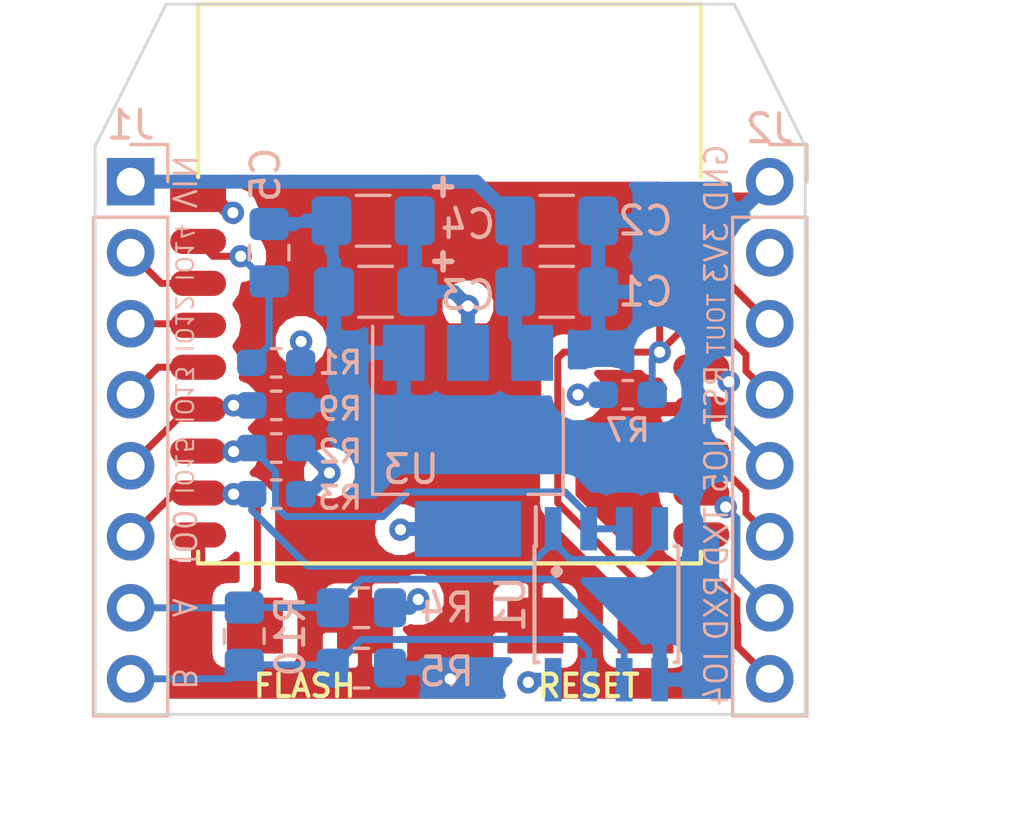
<source format=kicad_pcb>
(kicad_pcb (version 20171130) (host pcbnew 5.0.0)

  (general
    (thickness 1.6)
    (drawings 29)
    (tracks 150)
    (zones 0)
    (modules 20)
    (nets 19)
  )

  (page A4)
  (layers
    (0 F.Cu signal)
    (1 In1.Cu power)
    (2 In2.Cu power)
    (31 B.Cu signal)
    (32 B.Adhes user)
    (33 F.Adhes user)
    (34 B.Paste user)
    (35 F.Paste user)
    (36 B.SilkS user)
    (37 F.SilkS user)
    (38 B.Mask user)
    (39 F.Mask user)
    (40 Dwgs.User user)
    (41 Cmts.User user)
    (42 Eco1.User user)
    (43 Eco2.User user)
    (44 Edge.Cuts user)
    (45 Margin user)
    (46 B.CrtYd user)
    (47 F.CrtYd user)
    (48 B.Fab user)
    (49 F.Fab user)
  )

  (setup
    (last_trace_width 0.25)
    (trace_clearance 0.2)
    (zone_clearance 0.508)
    (zone_45_only no)
    (trace_min 0.2)
    (segment_width 0.2)
    (edge_width 0.1)
    (via_size 0.8)
    (via_drill 0.4)
    (via_min_size 0.8)
    (via_min_drill 0.3)
    (uvia_size 0.3)
    (uvia_drill 0.1)
    (uvias_allowed no)
    (uvia_min_size 0.2)
    (uvia_min_drill 0.1)
    (pcb_text_width 0.3)
    (pcb_text_size 1.5 1.5)
    (mod_edge_width 0.15)
    (mod_text_size 1 1)
    (mod_text_width 0.15)
    (pad_size 1.7 1.7)
    (pad_drill 1)
    (pad_to_mask_clearance 0)
    (aux_axis_origin 0 0)
    (visible_elements FFFFFF7F)
    (pcbplotparams
      (layerselection 0x010f0_ffffffff)
      (usegerberextensions true)
      (usegerberattributes false)
      (usegerberadvancedattributes false)
      (creategerberjobfile false)
      (excludeedgelayer true)
      (linewidth 0.100000)
      (plotframeref false)
      (viasonmask false)
      (mode 1)
      (useauxorigin false)
      (hpglpennumber 1)
      (hpglpenspeed 20)
      (hpglpendiameter 15.000000)
      (psnegative false)
      (psa4output false)
      (plotreference true)
      (plotvalue false)
      (plotinvisibletext false)
      (padsonsilk false)
      (subtractmaskfromsilk true)
      (outputformat 1)
      (mirror false)
      (drillshape 0)
      (scaleselection 1)
      (outputdirectory ""))
  )

  (net 0 "")
  (net 1 GND)
  (net 2 +3V3)
  (net 3 VCC)
  (net 4 /B)
  (net 5 /A)
  (net 6 /IO0)
  (net 7 /IO15)
  (net 8 /IO13)
  (net 9 /IO12)
  (net 10 /IO14)
  (net 11 /TOUT)
  (net 12 /RST)
  (net 13 /IO5)
  (net 14 /TXD)
  (net 15 /RXD)
  (net 16 /IO4)
  (net 17 /EN)
  (net 18 /IO2)

  (net_class Default "これはデフォルトのネット クラスです。"
    (clearance 0.2)
    (trace_width 0.25)
    (via_dia 0.8)
    (via_drill 0.4)
    (uvia_dia 0.3)
    (uvia_drill 0.1)
    (add_net /A)
    (add_net /B)
    (add_net /EN)
    (add_net /IO0)
    (add_net /IO12)
    (add_net /IO13)
    (add_net /IO14)
    (add_net /IO15)
    (add_net /IO2)
    (add_net /IO4)
    (add_net /IO5)
    (add_net /RST)
    (add_net /RXD)
    (add_net /TOUT)
    (add_net /TXD)
  )

  (net_class Power ""
    (clearance 0.2)
    (trace_width 0.5)
    (via_dia 0.8)
    (via_drill 0.4)
    (uvia_dia 0.3)
    (uvia_drill 0.1)
    (add_net +3V3)
    (add_net GND)
    (add_net VCC)
  )

  (module Package_SO:SOIC-8_3.9x4.9mm_P1.27mm (layer B.Cu) (tedit 5A02F2D3) (tstamp 5B97DB32)
    (at 146.558 111.633 270)
    (descr "8-Lead Plastic Small Outline (SN) - Narrow, 3.90 mm Body [SOIC] (see Microchip Packaging Specification 00000049BS.pdf)")
    (tags "SOIC 1.27")
    (path /5B923B04)
    (attr smd)
    (fp_text reference U1 (at 0 3.429 270) (layer B.SilkS)
      (effects (font (size 1 1) (thickness 0.15)) (justify mirror))
    )
    (fp_text value MAX3485 (at 0 -3.5 270) (layer B.Fab)
      (effects (font (size 1 1) (thickness 0.15)) (justify mirror))
    )
    (fp_text user %R (at 0 0 270) (layer B.Fab)
      (effects (font (size 1 1) (thickness 0.15)) (justify mirror))
    )
    (fp_line (start -0.95 2.45) (end 1.95 2.45) (layer B.Fab) (width 0.1))
    (fp_line (start 1.95 2.45) (end 1.95 -2.45) (layer B.Fab) (width 0.1))
    (fp_line (start 1.95 -2.45) (end -1.95 -2.45) (layer B.Fab) (width 0.1))
    (fp_line (start -1.95 -2.45) (end -1.95 1.45) (layer B.Fab) (width 0.1))
    (fp_line (start -1.95 1.45) (end -0.95 2.45) (layer B.Fab) (width 0.1))
    (fp_line (start -3.73 2.7) (end -3.73 -2.7) (layer B.CrtYd) (width 0.05))
    (fp_line (start 3.73 2.7) (end 3.73 -2.7) (layer B.CrtYd) (width 0.05))
    (fp_line (start -3.73 2.7) (end 3.73 2.7) (layer B.CrtYd) (width 0.05))
    (fp_line (start -3.73 -2.7) (end 3.73 -2.7) (layer B.CrtYd) (width 0.05))
    (fp_line (start -2.075 2.575) (end -2.075 2.525) (layer B.SilkS) (width 0.15))
    (fp_line (start 2.075 2.575) (end 2.075 2.43) (layer B.SilkS) (width 0.15))
    (fp_line (start 2.075 -2.575) (end 2.075 -2.43) (layer B.SilkS) (width 0.15))
    (fp_line (start -2.075 -2.575) (end -2.075 -2.43) (layer B.SilkS) (width 0.15))
    (fp_line (start -2.075 2.575) (end 2.075 2.575) (layer B.SilkS) (width 0.15))
    (fp_line (start -2.075 -2.575) (end 2.075 -2.575) (layer B.SilkS) (width 0.15))
    (fp_line (start -2.075 2.525) (end -3.475 2.525) (layer B.SilkS) (width 0.15))
    (pad 1 smd rect (at -2.7 1.905 270) (size 1.55 0.6) (layers B.Cu B.Paste B.Mask)
      (net 6 /IO0))
    (pad 2 smd rect (at -2.7 0.635 270) (size 1.55 0.6) (layers B.Cu B.Paste B.Mask)
      (net 18 /IO2))
    (pad 3 smd rect (at -2.7 -0.635 270) (size 1.55 0.6) (layers B.Cu B.Paste B.Mask)
      (net 18 /IO2))
    (pad 4 smd rect (at -2.7 -1.905 270) (size 1.55 0.6) (layers B.Cu B.Paste B.Mask)
      (net 6 /IO0))
    (pad 5 smd rect (at 2.7 -1.905 270) (size 1.55 0.6) (layers B.Cu B.Paste B.Mask)
      (net 1 GND))
    (pad 6 smd rect (at 2.7 -0.635 270) (size 1.55 0.6) (layers B.Cu B.Paste B.Mask)
      (net 5 /A))
    (pad 7 smd rect (at 2.7 0.635 270) (size 1.55 0.6) (layers B.Cu B.Paste B.Mask)
      (net 4 /B))
    (pad 8 smd rect (at 2.7 1.905 270) (size 1.55 0.6) (layers B.Cu B.Paste B.Mask)
      (net 2 +3V3))
    (model ${KISYS3DMOD}/Package_SO.3dshapes/SOIC-8_3.9x4.9mm_P1.27mm.wrl
      (at (xyz 0 0 0))
      (scale (xyz 1 1 1))
      (rotate (xyz 0 0 0))
    )
  )

  (module tact:tactile_switch_smd_4x3mm_2p (layer F.Cu) (tedit 5BA2010C) (tstamp 5B94A2FC)
    (at 145.923 112.395 180)
    (path /5B949D0E)
    (fp_text reference SW2 (at -3.937 0 90) (layer F.SilkS) hide
      (effects (font (size 1 1) (thickness 0.15)))
    )
    (fp_text value SW_Push (at 0.127 2.286 180) (layer F.Fab)
      (effects (font (size 1 1) (thickness 0.15)))
    )
    (pad 2 smd rect (at 1.905 0 180) (size 2 2) (layers F.Cu F.Paste F.Mask)
      (net 1 GND))
    (pad 1 smd rect (at -2.032 0 180) (size 2 2) (layers F.Cu F.Paste F.Mask)
      (net 12 /RST))
  )

  (module tact:tactile_switch_smd_4x3mm_2p (layer F.Cu) (tedit 5BA2010C) (tstamp 5B94A2F6)
    (at 136.017 112.395)
    (path /5B9460EF)
    (fp_text reference SW1 (at -3.81 0.127 90) (layer F.SilkS) hide
      (effects (font (size 1 1) (thickness 0.15)))
    )
    (fp_text value SW_Push (at 0.127 -2.286) (layer F.Fab)
      (effects (font (size 1 1) (thickness 0.15)))
    )
    (pad 2 smd rect (at 1.905 0) (size 2 2) (layers F.Cu F.Paste F.Mask)
      (net 1 GND))
    (pad 1 smd rect (at -2.032 0) (size 2 2) (layers F.Cu F.Paste F.Mask)
      (net 6 /IO0))
  )

  (module ESP8266:ESP-13-WROOM-02 (layer F.Cu) (tedit 5B95181E) (tstamp 5B941AE7)
    (at 131.953 97.155)
    (descr "Module, ESP-8266, ESP-13-WROOM-02, 18 pad, SMD")
    (tags "Module ESP-8266 ESP8266")
    (path /5B923A7D)
    (fp_text reference U2 (at 1.397 -3.683) (layer F.SilkS) hide
      (effects (font (size 1 1) (thickness 0.15)))
    )
    (fp_text value ESP-WROOM-02 (at 9 0) (layer F.Fab)
      (effects (font (size 1 1) (thickness 0.15)))
    )
    (fp_line (start 0 -6.985) (end 0 -0.8) (layer F.SilkS) (width 0.1524))
    (fp_line (start 17.9832 12.6) (end 17.9832 12.9794) (layer F.SilkS) (width 0.1524))
    (fp_line (start 0 12.6) (end 0 12.9794) (layer F.SilkS) (width 0.1524))
    (fp_line (start 17.9832 -6.985) (end 17.9832 -0.8) (layer F.SilkS) (width 0.1524))
    (fp_line (start 0 13.0175) (end 17.9832 13.0175) (layer F.SilkS) (width 0.1524))
    (fp_line (start 17.9705 -6.985) (end 0 -6.985) (layer F.SilkS) (width 0.1524))
    (fp_line (start 18 -7) (end 0 -1.2) (layer F.CrtYd) (width 0.1524))
    (fp_line (start 0 -7) (end 18 -1.2) (layer F.CrtYd) (width 0.1524))
    (fp_text user "No Copper" (at 9 -4) (layer F.CrtYd)
      (effects (font (size 1 1) (thickness 0.15)))
    )
    (fp_line (start 0 -7) (end 0 -1.2) (layer F.CrtYd) (width 0.1524))
    (fp_line (start 0 -1.2) (end 18 -1.2) (layer F.CrtYd) (width 0.1524))
    (fp_line (start 18 -1.2) (end 18 -7) (layer F.CrtYd) (width 0.1524))
    (fp_line (start 18 -7) (end 0 -7) (layer F.CrtYd) (width 0.1524))
    (fp_line (start 18 -7) (end 18 13) (layer F.Fab) (width 0.05))
    (fp_line (start 0 13) (end 18 13) (layer F.Fab) (width 0.05))
    (fp_line (start 0 13) (end 0 -7) (layer F.Fab) (width 0.05))
    (fp_line (start 0 -7) (end 18 -7) (layer F.Fab) (width 0.05))
    (pad 10 smd oval (at 18 12) (size 2 0.9) (layers F.Cu F.Paste F.Mask)
      (net 16 /IO4))
    (pad 9 smd oval (at 0 12) (size 2 0.9) (layers F.Cu F.Paste F.Mask)
      (net 1 GND))
    (pad 1 smd rect (at 0 0) (size 2 0.9) (layers F.Cu F.Paste F.Mask)
      (net 2 +3V3))
    (pad 2 smd oval (at 0 1.5) (size 2 0.9) (layers F.Cu F.Paste F.Mask)
      (net 17 /EN))
    (pad 3 smd oval (at 0 3) (size 2 0.9) (layers F.Cu F.Paste F.Mask)
      (net 10 /IO14))
    (pad 4 smd oval (at 0 4.5) (size 2 0.9) (layers F.Cu F.Paste F.Mask)
      (net 9 /IO12))
    (pad 5 smd oval (at 0 6) (size 2 0.9) (layers F.Cu F.Paste F.Mask)
      (net 8 /IO13))
    (pad 6 smd oval (at 0 7.5) (size 2 0.9) (layers F.Cu F.Paste F.Mask)
      (net 7 /IO15))
    (pad 7 smd oval (at 0 9) (size 2 0.9) (layers F.Cu F.Paste F.Mask)
      (net 18 /IO2))
    (pad 8 smd oval (at 0 10.5) (size 2 0.9) (layers F.Cu F.Paste F.Mask)
      (net 6 /IO0))
    (pad 11 smd oval (at 18 10.5) (size 2 0.9) (layers F.Cu F.Paste F.Mask)
      (net 15 /RXD))
    (pad 12 smd oval (at 18 9) (size 2 0.9) (layers F.Cu F.Paste F.Mask)
      (net 14 /TXD))
    (pad 13 smd oval (at 18 7.5) (size 2 0.9) (layers F.Cu F.Paste F.Mask)
      (net 1 GND))
    (pad 14 smd oval (at 18 6) (size 2 0.9) (layers F.Cu F.Paste F.Mask)
      (net 13 /IO5))
    (pad 15 smd oval (at 18 4.5) (size 2 0.9) (layers F.Cu F.Paste F.Mask)
      (net 12 /RST))
    (pad 16 smd oval (at 18 3) (size 2 0.9) (layers F.Cu F.Paste F.Mask)
      (net 11 /TOUT))
    (pad 17 smd oval (at 18 1.5) (size 2 0.9) (layers F.Cu F.Paste F.Mask)
      (net 12 /RST))
    (pad 18 smd oval (at 18 0) (size 2 0.9) (layers F.Cu F.Paste F.Mask)
      (net 1 GND) (zone_connect 1))
    (pad PAD smd rect (at 10.12 6.58) (size 4.3 4.3) (layers F.Cu F.Paste F.Mask)
      (net 1 GND) (zone_connect 2))
    (model ${ESPLIB}/ESP8266.3dshapes/ESP-13-wroom-02.wrl
      (at (xyz 0 0 0))
      (scale (xyz 0.3937 0.3937 0.3937))
      (rotate (xyz 0 0 0))
    )
  )

  (module Resistor_SMD:R_0805_2012Metric_Pad1.15x1.40mm_HandSolder (layer B.Cu) (tedit 5B36C52B) (tstamp 5B962C33)
    (at 137.795 111.76 180)
    (descr "Resistor SMD 0805 (2012 Metric), square (rectangular) end terminal, IPC_7351 nominal with elongated pad for handsoldering. (Body size source: https://docs.google.com/spreadsheets/d/1BsfQQcO9C6DZCsRaXUlFlo91Tg2WpOkGARC1WS5S8t0/edit?usp=sharing), generated with kicad-footprint-generator")
    (tags "resistor handsolder")
    (path /5B9244E1)
    (attr smd)
    (fp_text reference R4 (at -3.048 0 180) (layer B.SilkS)
      (effects (font (size 1 1) (thickness 0.15)) (justify mirror))
    )
    (fp_text value 20K (at 0 -1.65 180) (layer B.Fab)
      (effects (font (size 1 1) (thickness 0.15)) (justify mirror))
    )
    (fp_text user %R (at 0 0 180) (layer B.Fab)
      (effects (font (size 0.5 0.5) (thickness 0.08)) (justify mirror))
    )
    (fp_line (start 1.85 -0.95) (end -1.85 -0.95) (layer B.CrtYd) (width 0.05))
    (fp_line (start 1.85 0.95) (end 1.85 -0.95) (layer B.CrtYd) (width 0.05))
    (fp_line (start -1.85 0.95) (end 1.85 0.95) (layer B.CrtYd) (width 0.05))
    (fp_line (start -1.85 -0.95) (end -1.85 0.95) (layer B.CrtYd) (width 0.05))
    (fp_line (start -0.261252 -0.71) (end 0.261252 -0.71) (layer B.SilkS) (width 0.12))
    (fp_line (start -0.261252 0.71) (end 0.261252 0.71) (layer B.SilkS) (width 0.12))
    (fp_line (start 1 -0.6) (end -1 -0.6) (layer B.Fab) (width 0.1))
    (fp_line (start 1 0.6) (end 1 -0.6) (layer B.Fab) (width 0.1))
    (fp_line (start -1 0.6) (end 1 0.6) (layer B.Fab) (width 0.1))
    (fp_line (start -1 -0.6) (end -1 0.6) (layer B.Fab) (width 0.1))
    (pad 2 smd roundrect (at 1.025 0 180) (size 1.15 1.4) (layers B.Cu B.Paste B.Mask) (roundrect_rratio 0.217391)
      (net 5 /A))
    (pad 1 smd roundrect (at -1.025 0 180) (size 1.15 1.4) (layers B.Cu B.Paste B.Mask) (roundrect_rratio 0.217391)
      (net 2 +3V3))
    (model ${KISYS3DMOD}/Resistor_SMD.3dshapes/R_0805_2012Metric.wrl
      (at (xyz 0 0 0))
      (scale (xyz 1 1 1))
      (rotate (xyz 0 0 0))
    )
  )

  (module Resistor_SMD:R_0805_2012Metric_Pad1.15x1.40mm_HandSolder (layer B.Cu) (tedit 5B36C52B) (tstamp 5B962C43)
    (at 137.795 113.919)
    (descr "Resistor SMD 0805 (2012 Metric), square (rectangular) end terminal, IPC_7351 nominal with elongated pad for handsoldering. (Body size source: https://docs.google.com/spreadsheets/d/1BsfQQcO9C6DZCsRaXUlFlo91Tg2WpOkGARC1WS5S8t0/edit?usp=sharing), generated with kicad-footprint-generator")
    (tags "resistor handsolder")
    (path /5B9244E7)
    (attr smd)
    (fp_text reference R5 (at 3.048 0.127) (layer B.SilkS)
      (effects (font (size 1 1) (thickness 0.15)) (justify mirror))
    )
    (fp_text value 20K (at 0 -1.65) (layer B.Fab)
      (effects (font (size 1 1) (thickness 0.15)) (justify mirror))
    )
    (fp_line (start -1 -0.6) (end -1 0.6) (layer B.Fab) (width 0.1))
    (fp_line (start -1 0.6) (end 1 0.6) (layer B.Fab) (width 0.1))
    (fp_line (start 1 0.6) (end 1 -0.6) (layer B.Fab) (width 0.1))
    (fp_line (start 1 -0.6) (end -1 -0.6) (layer B.Fab) (width 0.1))
    (fp_line (start -0.261252 0.71) (end 0.261252 0.71) (layer B.SilkS) (width 0.12))
    (fp_line (start -0.261252 -0.71) (end 0.261252 -0.71) (layer B.SilkS) (width 0.12))
    (fp_line (start -1.85 -0.95) (end -1.85 0.95) (layer B.CrtYd) (width 0.05))
    (fp_line (start -1.85 0.95) (end 1.85 0.95) (layer B.CrtYd) (width 0.05))
    (fp_line (start 1.85 0.95) (end 1.85 -0.95) (layer B.CrtYd) (width 0.05))
    (fp_line (start 1.85 -0.95) (end -1.85 -0.95) (layer B.CrtYd) (width 0.05))
    (fp_text user %R (at 0 0) (layer B.Fab)
      (effects (font (size 0.5 0.5) (thickness 0.08)) (justify mirror))
    )
    (pad 1 smd roundrect (at -1.025 0) (size 1.15 1.4) (layers B.Cu B.Paste B.Mask) (roundrect_rratio 0.217391)
      (net 4 /B))
    (pad 2 smd roundrect (at 1.025 0) (size 1.15 1.4) (layers B.Cu B.Paste B.Mask) (roundrect_rratio 0.217391)
      (net 1 GND))
    (model ${KISYS3DMOD}/Resistor_SMD.3dshapes/R_0805_2012Metric.wrl
      (at (xyz 0 0 0))
      (scale (xyz 1 1 1))
      (rotate (xyz 0 0 0))
    )
  )

  (module Capacitor_SMD:C_1206_3216Metric_Pad1.42x1.75mm_HandSolder (layer B.Cu) (tedit 5B301BBE) (tstamp 5B9F2169)
    (at 144.78 100.457)
    (descr "Capacitor SMD 1206 (3216 Metric), square (rectangular) end terminal, IPC_7351 nominal with elongated pad for handsoldering. (Body size source: http://www.tortai-tech.com/upload/download/2011102023233369053.pdf), generated with kicad-footprint-generator")
    (tags "capacitor handsolder")
    (path /5BA86A4D)
    (attr smd)
    (fp_text reference C1 (at 3.175 0) (layer B.SilkS)
      (effects (font (size 1 1) (thickness 0.15)) (justify mirror))
    )
    (fp_text value C (at 0 -1.82) (layer B.Fab)
      (effects (font (size 1 1) (thickness 0.15)) (justify mirror))
    )
    (fp_line (start -1.6 -0.8) (end -1.6 0.8) (layer B.Fab) (width 0.1))
    (fp_line (start -1.6 0.8) (end 1.6 0.8) (layer B.Fab) (width 0.1))
    (fp_line (start 1.6 0.8) (end 1.6 -0.8) (layer B.Fab) (width 0.1))
    (fp_line (start 1.6 -0.8) (end -1.6 -0.8) (layer B.Fab) (width 0.1))
    (fp_line (start -0.602064 0.91) (end 0.602064 0.91) (layer B.SilkS) (width 0.12))
    (fp_line (start -0.602064 -0.91) (end 0.602064 -0.91) (layer B.SilkS) (width 0.12))
    (fp_line (start -2.45 -1.12) (end -2.45 1.12) (layer B.CrtYd) (width 0.05))
    (fp_line (start -2.45 1.12) (end 2.45 1.12) (layer B.CrtYd) (width 0.05))
    (fp_line (start 2.45 1.12) (end 2.45 -1.12) (layer B.CrtYd) (width 0.05))
    (fp_line (start 2.45 -1.12) (end -2.45 -1.12) (layer B.CrtYd) (width 0.05))
    (fp_text user %R (at 0 0) (layer B.Fab)
      (effects (font (size 0.8 0.8) (thickness 0.12)) (justify mirror))
    )
    (pad 1 smd roundrect (at -1.4875 0) (size 1.425 1.75) (layers B.Cu B.Paste B.Mask) (roundrect_rratio 0.175439)
      (net 3 VCC))
    (pad 2 smd roundrect (at 1.4875 0) (size 1.425 1.75) (layers B.Cu B.Paste B.Mask) (roundrect_rratio 0.175439)
      (net 1 GND))
    (model ${KISYS3DMOD}/Capacitor_SMD.3dshapes/C_1206_3216Metric.wrl
      (at (xyz 0 0 0))
      (scale (xyz 1 1 1))
      (rotate (xyz 0 0 0))
    )
  )

  (module Capacitor_SMD:C_1206_3216Metric_Pad1.42x1.75mm_HandSolder (layer B.Cu) (tedit 5B301BBE) (tstamp 5B9F217A)
    (at 144.78 97.917)
    (descr "Capacitor SMD 1206 (3216 Metric), square (rectangular) end terminal, IPC_7351 nominal with elongated pad for handsoldering. (Body size source: http://www.tortai-tech.com/upload/download/2011102023233369053.pdf), generated with kicad-footprint-generator")
    (tags "capacitor handsolder")
    (path /5BA86B48)
    (attr smd)
    (fp_text reference C2 (at 3.175 0) (layer B.SilkS)
      (effects (font (size 1 1) (thickness 0.15)) (justify mirror))
    )
    (fp_text value C (at 0 -1.82) (layer B.Fab)
      (effects (font (size 1 1) (thickness 0.15)) (justify mirror))
    )
    (fp_text user %R (at 0 0) (layer B.Fab)
      (effects (font (size 0.8 0.8) (thickness 0.12)) (justify mirror))
    )
    (fp_line (start 2.45 -1.12) (end -2.45 -1.12) (layer B.CrtYd) (width 0.05))
    (fp_line (start 2.45 1.12) (end 2.45 -1.12) (layer B.CrtYd) (width 0.05))
    (fp_line (start -2.45 1.12) (end 2.45 1.12) (layer B.CrtYd) (width 0.05))
    (fp_line (start -2.45 -1.12) (end -2.45 1.12) (layer B.CrtYd) (width 0.05))
    (fp_line (start -0.602064 -0.91) (end 0.602064 -0.91) (layer B.SilkS) (width 0.12))
    (fp_line (start -0.602064 0.91) (end 0.602064 0.91) (layer B.SilkS) (width 0.12))
    (fp_line (start 1.6 -0.8) (end -1.6 -0.8) (layer B.Fab) (width 0.1))
    (fp_line (start 1.6 0.8) (end 1.6 -0.8) (layer B.Fab) (width 0.1))
    (fp_line (start -1.6 0.8) (end 1.6 0.8) (layer B.Fab) (width 0.1))
    (fp_line (start -1.6 -0.8) (end -1.6 0.8) (layer B.Fab) (width 0.1))
    (pad 2 smd roundrect (at 1.4875 0) (size 1.425 1.75) (layers B.Cu B.Paste B.Mask) (roundrect_rratio 0.175439)
      (net 1 GND))
    (pad 1 smd roundrect (at -1.4875 0) (size 1.425 1.75) (layers B.Cu B.Paste B.Mask) (roundrect_rratio 0.175439)
      (net 3 VCC))
    (model ${KISYS3DMOD}/Capacitor_SMD.3dshapes/C_1206_3216Metric.wrl
      (at (xyz 0 0 0))
      (scale (xyz 1 1 1))
      (rotate (xyz 0 0 0))
    )
  )

  (module Capacitor_SMD:C_1206_3216Metric_Pad1.42x1.75mm_HandSolder (layer B.Cu) (tedit 5B301BBE) (tstamp 5B9F218B)
    (at 138.303 100.457 180)
    (descr "Capacitor SMD 1206 (3216 Metric), square (rectangular) end terminal, IPC_7351 nominal with elongated pad for handsoldering. (Body size source: http://www.tortai-tech.com/upload/download/2011102023233369053.pdf), generated with kicad-footprint-generator")
    (tags "capacitor handsolder")
    (path /5BA86C88)
    (attr smd)
    (fp_text reference C3 (at -3.302 -0.127 180) (layer B.SilkS)
      (effects (font (size 1 1) (thickness 0.15)) (justify mirror))
    )
    (fp_text value C (at 0 -1.82 180) (layer B.Fab)
      (effects (font (size 1 1) (thickness 0.15)) (justify mirror))
    )
    (fp_line (start -1.6 -0.8) (end -1.6 0.8) (layer B.Fab) (width 0.1))
    (fp_line (start -1.6 0.8) (end 1.6 0.8) (layer B.Fab) (width 0.1))
    (fp_line (start 1.6 0.8) (end 1.6 -0.8) (layer B.Fab) (width 0.1))
    (fp_line (start 1.6 -0.8) (end -1.6 -0.8) (layer B.Fab) (width 0.1))
    (fp_line (start -0.602064 0.91) (end 0.602064 0.91) (layer B.SilkS) (width 0.12))
    (fp_line (start -0.602064 -0.91) (end 0.602064 -0.91) (layer B.SilkS) (width 0.12))
    (fp_line (start -2.45 -1.12) (end -2.45 1.12) (layer B.CrtYd) (width 0.05))
    (fp_line (start -2.45 1.12) (end 2.45 1.12) (layer B.CrtYd) (width 0.05))
    (fp_line (start 2.45 1.12) (end 2.45 -1.12) (layer B.CrtYd) (width 0.05))
    (fp_line (start 2.45 -1.12) (end -2.45 -1.12) (layer B.CrtYd) (width 0.05))
    (fp_text user %R (at -0.381 -0.127 180) (layer B.Fab)
      (effects (font (size 0.8 0.8) (thickness 0.12)) (justify mirror))
    )
    (pad 1 smd roundrect (at -1.4875 0 180) (size 1.425 1.75) (layers B.Cu B.Paste B.Mask) (roundrect_rratio 0.175439)
      (net 2 +3V3))
    (pad 2 smd roundrect (at 1.4875 0 180) (size 1.425 1.75) (layers B.Cu B.Paste B.Mask) (roundrect_rratio 0.175439)
      (net 1 GND))
    (model ${KISYS3DMOD}/Capacitor_SMD.3dshapes/C_1206_3216Metric.wrl
      (at (xyz 0 0 0))
      (scale (xyz 1 1 1))
      (rotate (xyz 0 0 0))
    )
  )

  (module Capacitor_SMD:C_1206_3216Metric_Pad1.42x1.75mm_HandSolder (layer B.Cu) (tedit 5B301BBE) (tstamp 5B9F219C)
    (at 138.2125 97.917 180)
    (descr "Capacitor SMD 1206 (3216 Metric), square (rectangular) end terminal, IPC_7351 nominal with elongated pad for handsoldering. (Body size source: http://www.tortai-tech.com/upload/download/2011102023233369053.pdf), generated with kicad-footprint-generator")
    (tags "capacitor handsolder")
    (path /5BA86D43)
    (attr smd)
    (fp_text reference C4 (at -3.3925 -0.127 180) (layer B.SilkS)
      (effects (font (size 1 1) (thickness 0.15)) (justify mirror))
    )
    (fp_text value C (at 0 -1.82 180) (layer B.Fab)
      (effects (font (size 1 1) (thickness 0.15)) (justify mirror))
    )
    (fp_text user %R (at 0 0 180) (layer B.Fab)
      (effects (font (size 0.8 0.8) (thickness 0.12)) (justify mirror))
    )
    (fp_line (start 2.45 -1.12) (end -2.45 -1.12) (layer B.CrtYd) (width 0.05))
    (fp_line (start 2.45 1.12) (end 2.45 -1.12) (layer B.CrtYd) (width 0.05))
    (fp_line (start -2.45 1.12) (end 2.45 1.12) (layer B.CrtYd) (width 0.05))
    (fp_line (start -2.45 -1.12) (end -2.45 1.12) (layer B.CrtYd) (width 0.05))
    (fp_line (start -0.602064 -0.91) (end 0.602064 -0.91) (layer B.SilkS) (width 0.12))
    (fp_line (start -0.602064 0.91) (end 0.602064 0.91) (layer B.SilkS) (width 0.12))
    (fp_line (start 1.6 -0.8) (end -1.6 -0.8) (layer B.Fab) (width 0.1))
    (fp_line (start 1.6 0.8) (end 1.6 -0.8) (layer B.Fab) (width 0.1))
    (fp_line (start -1.6 0.8) (end 1.6 0.8) (layer B.Fab) (width 0.1))
    (fp_line (start -1.6 -0.8) (end -1.6 0.8) (layer B.Fab) (width 0.1))
    (pad 2 smd roundrect (at 1.4875 0 180) (size 1.425 1.75) (layers B.Cu B.Paste B.Mask) (roundrect_rratio 0.175439)
      (net 1 GND))
    (pad 1 smd roundrect (at -1.4875 0 180) (size 1.425 1.75) (layers B.Cu B.Paste B.Mask) (roundrect_rratio 0.175439)
      (net 2 +3V3))
    (model ${KISYS3DMOD}/Capacitor_SMD.3dshapes/C_1206_3216Metric.wrl
      (at (xyz 0 0 0))
      (scale (xyz 1 1 1))
      (rotate (xyz 0 0 0))
    )
  )

  (module Package_TO_SOT_SMD:SOT-223-3_TabPin2 (layer B.Cu) (tedit 5A02FF57) (tstamp 5B9F21B2)
    (at 141.605 105.791 270)
    (descr "module CMS SOT223 4 pins")
    (tags "CMS SOT")
    (path /5BA6808A)
    (attr smd)
    (fp_text reference U3 (at 1.016 2.032 180) (layer B.SilkS)
      (effects (font (size 1 1) (thickness 0.15)) (justify mirror))
    )
    (fp_text value AMS1117-3.3 (at 0 -4.5 270) (layer B.Fab)
      (effects (font (size 1 1) (thickness 0.15)) (justify mirror))
    )
    (fp_text user %R (at -1.27 -0.381 180) (layer B.Fab)
      (effects (font (size 0.8 0.8) (thickness 0.12)) (justify mirror))
    )
    (fp_line (start 1.91 -3.41) (end 1.91 -2.15) (layer B.SilkS) (width 0.12))
    (fp_line (start 1.91 3.41) (end 1.91 2.15) (layer B.SilkS) (width 0.12))
    (fp_line (start 4.4 3.6) (end -4.4 3.6) (layer B.CrtYd) (width 0.05))
    (fp_line (start 4.4 -3.6) (end 4.4 3.6) (layer B.CrtYd) (width 0.05))
    (fp_line (start -4.4 -3.6) (end 4.4 -3.6) (layer B.CrtYd) (width 0.05))
    (fp_line (start -4.4 3.6) (end -4.4 -3.6) (layer B.CrtYd) (width 0.05))
    (fp_line (start -1.85 2.35) (end -0.85 3.35) (layer B.Fab) (width 0.1))
    (fp_line (start -1.85 2.35) (end -1.85 -3.35) (layer B.Fab) (width 0.1))
    (fp_line (start -1.85 -3.41) (end 1.91 -3.41) (layer B.SilkS) (width 0.12))
    (fp_line (start -0.85 3.35) (end 1.85 3.35) (layer B.Fab) (width 0.1))
    (fp_line (start -4.1 3.41) (end 1.91 3.41) (layer B.SilkS) (width 0.12))
    (fp_line (start -1.85 -3.35) (end 1.85 -3.35) (layer B.Fab) (width 0.1))
    (fp_line (start 1.85 3.35) (end 1.85 -3.35) (layer B.Fab) (width 0.1))
    (pad 2 smd rect (at 3.15 0 270) (size 2 3.8) (layers B.Cu B.Paste B.Mask)
      (net 2 +3V3))
    (pad 2 smd rect (at -3.15 0 270) (size 2 1.5) (layers B.Cu B.Paste B.Mask)
      (net 2 +3V3))
    (pad 3 smd rect (at -3.15 -2.3 270) (size 2 1.5) (layers B.Cu B.Paste B.Mask)
      (net 3 VCC))
    (pad 1 smd rect (at -3.15 2.3 270) (size 2 1.5) (layers B.Cu B.Paste B.Mask)
      (net 1 GND))
    (model ${KISYS3DMOD}/Package_TO_SOT_SMD.3dshapes/SOT-223.wrl
      (at (xyz 0 0 0))
      (scale (xyz 1 1 1))
      (rotate (xyz 0 0 0))
    )
  )

  (module Connector_PinHeader_2.54mm:PinHeader_1x08_P2.54mm_Vertical (layer B.Cu) (tedit 59FED5CC) (tstamp 5B9E322A)
    (at 129.54 96.52 180)
    (descr "Through hole straight pin header, 1x08, 2.54mm pitch, single row")
    (tags "Through hole pin header THT 1x08 2.54mm single row")
    (path /5B94B3AE)
    (fp_text reference J1 (at 0 2.032 180) (layer B.SilkS)
      (effects (font (size 1 1) (thickness 0.15)) (justify mirror))
    )
    (fp_text value Conn_01x08 (at 0 -20.11 180) (layer B.Fab)
      (effects (font (size 1 1) (thickness 0.15)) (justify mirror))
    )
    (fp_text user %R (at 0 -8.89 90) (layer B.Fab)
      (effects (font (size 1 1) (thickness 0.15)) (justify mirror))
    )
    (fp_line (start 1.8 1.8) (end -1.8 1.8) (layer B.CrtYd) (width 0.05))
    (fp_line (start 1.8 -19.55) (end 1.8 1.8) (layer B.CrtYd) (width 0.05))
    (fp_line (start -1.8 -19.55) (end 1.8 -19.55) (layer B.CrtYd) (width 0.05))
    (fp_line (start -1.8 1.8) (end -1.8 -19.55) (layer B.CrtYd) (width 0.05))
    (fp_line (start -1.33 1.33) (end 0 1.33) (layer B.SilkS) (width 0.12))
    (fp_line (start -1.33 0) (end -1.33 1.33) (layer B.SilkS) (width 0.12))
    (fp_line (start -1.33 -1.27) (end 1.33 -1.27) (layer B.SilkS) (width 0.12))
    (fp_line (start 1.33 -1.27) (end 1.33 -19.11) (layer B.SilkS) (width 0.12))
    (fp_line (start -1.33 -1.27) (end -1.33 -19.11) (layer B.SilkS) (width 0.12))
    (fp_line (start -1.33 -19.11) (end 1.33 -19.11) (layer B.SilkS) (width 0.12))
    (fp_line (start -1.27 0.635) (end -0.635 1.27) (layer B.Fab) (width 0.1))
    (fp_line (start -1.27 -19.05) (end -1.27 0.635) (layer B.Fab) (width 0.1))
    (fp_line (start 1.27 -19.05) (end -1.27 -19.05) (layer B.Fab) (width 0.1))
    (fp_line (start 1.27 1.27) (end 1.27 -19.05) (layer B.Fab) (width 0.1))
    (fp_line (start -0.635 1.27) (end 1.27 1.27) (layer B.Fab) (width 0.1))
    (pad 8 thru_hole oval (at 0 -17.78 180) (size 1.7 1.7) (drill 1) (layers *.Cu *.Mask)
      (net 4 /B))
    (pad 7 thru_hole oval (at 0 -15.24 180) (size 1.7 1.7) (drill 1) (layers *.Cu *.Mask)
      (net 5 /A))
    (pad 6 thru_hole oval (at 0 -12.7 180) (size 1.7 1.7) (drill 1) (layers *.Cu *.Mask)
      (net 6 /IO0))
    (pad 5 thru_hole oval (at 0 -10.16 180) (size 1.7 1.7) (drill 1) (layers *.Cu *.Mask)
      (net 7 /IO15))
    (pad 4 thru_hole oval (at 0 -7.62 180) (size 1.7 1.7) (drill 1) (layers *.Cu *.Mask)
      (net 8 /IO13))
    (pad 3 thru_hole oval (at 0 -5.08 180) (size 1.7 1.7) (drill 1) (layers *.Cu *.Mask)
      (net 9 /IO12))
    (pad 2 thru_hole oval (at 0 -2.54 180) (size 1.7 1.7) (drill 1) (layers *.Cu *.Mask)
      (net 10 /IO14))
    (pad 1 thru_hole rect (at 0 0 180) (size 1.7 1.7) (drill 1) (layers *.Cu *.Mask)
      (net 3 VCC))
    (model ${KISYS3DMOD}/Connector_PinHeader_2.54mm.3dshapes/PinHeader_1x08_P2.54mm_Vertical.wrl
      (at (xyz 0 0 0))
      (scale (xyz 1 1 1))
      (rotate (xyz 0 0 0))
    )
  )

  (module Connector_PinHeader_2.54mm:PinHeader_1x08_P2.54mm_Vertical (layer B.Cu) (tedit 5B9D5743) (tstamp 5B9E3245)
    (at 152.4 96.52 180)
    (descr "Through hole straight pin header, 1x08, 2.54mm pitch, single row")
    (tags "Through hole pin header THT 1x08 2.54mm single row")
    (path /5B94E662)
    (fp_text reference J2 (at 0 1.905 180) (layer B.SilkS)
      (effects (font (size 1 1) (thickness 0.15)) (justify mirror))
    )
    (fp_text value Conn_01x08 (at 0 -20.11 180) (layer B.Fab)
      (effects (font (size 1 1) (thickness 0.15)) (justify mirror))
    )
    (fp_line (start -0.635 1.27) (end 1.27 1.27) (layer B.Fab) (width 0.1))
    (fp_line (start 1.27 1.27) (end 1.27 -19.05) (layer B.Fab) (width 0.1))
    (fp_line (start 1.27 -19.05) (end -1.27 -19.05) (layer B.Fab) (width 0.1))
    (fp_line (start -1.27 -19.05) (end -1.27 0.635) (layer B.Fab) (width 0.1))
    (fp_line (start -1.27 0.635) (end -0.635 1.27) (layer B.Fab) (width 0.1))
    (fp_line (start -1.33 -19.11) (end 1.33 -19.11) (layer B.SilkS) (width 0.12))
    (fp_line (start -1.33 -1.27) (end -1.33 -19.11) (layer B.SilkS) (width 0.12))
    (fp_line (start 1.33 -1.27) (end 1.33 -19.11) (layer B.SilkS) (width 0.12))
    (fp_line (start -1.33 -1.27) (end 1.33 -1.27) (layer B.SilkS) (width 0.12))
    (fp_line (start -1.33 0) (end -1.33 1.33) (layer B.SilkS) (width 0.12))
    (fp_line (start -1.33 1.33) (end 0 1.33) (layer B.SilkS) (width 0.12))
    (fp_line (start -1.8 1.8) (end -1.8 -19.55) (layer B.CrtYd) (width 0.05))
    (fp_line (start -1.8 -19.55) (end 1.8 -19.55) (layer B.CrtYd) (width 0.05))
    (fp_line (start 1.8 -19.55) (end 1.8 1.8) (layer B.CrtYd) (width 0.05))
    (fp_line (start 1.8 1.8) (end -1.8 1.8) (layer B.CrtYd) (width 0.05))
    (fp_text user %R (at 0 -8.89 90) (layer B.Fab)
      (effects (font (size 1 1) (thickness 0.15)) (justify mirror))
    )
    (pad 1 thru_hole circle (at 0 0 180) (size 1.7 1.7) (drill 1) (layers *.Cu *.Mask)
      (net 1 GND))
    (pad 2 thru_hole oval (at 0 -2.54 180) (size 1.7 1.7) (drill 1) (layers *.Cu *.Mask)
      (net 2 +3V3))
    (pad 3 thru_hole oval (at 0 -5.08 180) (size 1.7 1.7) (drill 1) (layers *.Cu *.Mask)
      (net 11 /TOUT))
    (pad 4 thru_hole oval (at 0 -7.62 180) (size 1.7 1.7) (drill 1) (layers *.Cu *.Mask)
      (net 12 /RST))
    (pad 5 thru_hole oval (at 0 -10.16 180) (size 1.7 1.7) (drill 1) (layers *.Cu *.Mask)
      (net 13 /IO5))
    (pad 6 thru_hole oval (at 0 -12.7 180) (size 1.7 1.7) (drill 1) (layers *.Cu *.Mask)
      (net 14 /TXD))
    (pad 7 thru_hole oval (at 0 -15.24 180) (size 1.7 1.7) (drill 1) (layers *.Cu *.Mask)
      (net 15 /RXD))
    (pad 8 thru_hole oval (at 0 -17.78 180) (size 1.7 1.7) (drill 1) (layers *.Cu *.Mask)
      (net 16 /IO4))
    (model ${KISYS3DMOD}/Connector_PinHeader_2.54mm.3dshapes/PinHeader_1x08_P2.54mm_Vertical.wrl
      (at (xyz 0 0 0))
      (scale (xyz 1 1 1))
      (rotate (xyz 0 0 0))
    )
  )

  (module Resistor_SMD:R_0603_1608Metric_Pad1.05x0.95mm_HandSolder (layer B.Cu) (tedit 5BB6AB97) (tstamp 5BA2C99E)
    (at 134.747 102.997 180)
    (descr "Resistor SMD 0603 (1608 Metric), square (rectangular) end terminal, IPC_7351 nominal with elongated pad for handsoldering. (Body size source: http://www.tortai-tech.com/upload/download/2011102023233369053.pdf), generated with kicad-footprint-generator")
    (tags "resistor handsolder")
    (path /5B923C52)
    (attr smd)
    (fp_text reference R1 (at -2.286 0 180) (layer B.SilkS)
      (effects (font (size 0.8 0.8) (thickness 0.14)) (justify mirror))
    )
    (fp_text value 10K (at 0 -1.43 180) (layer B.Fab)
      (effects (font (size 1 1) (thickness 0.15)) (justify mirror))
    )
    (fp_line (start -0.8 -0.4) (end -0.8 0.4) (layer B.Fab) (width 0.1))
    (fp_line (start -0.8 0.4) (end 0.8 0.4) (layer B.Fab) (width 0.1))
    (fp_line (start 0.8 0.4) (end 0.8 -0.4) (layer B.Fab) (width 0.1))
    (fp_line (start 0.8 -0.4) (end -0.8 -0.4) (layer B.Fab) (width 0.1))
    (fp_line (start -0.171267 0.51) (end 0.171267 0.51) (layer B.SilkS) (width 0.12))
    (fp_line (start -0.171267 -0.51) (end 0.171267 -0.51) (layer B.SilkS) (width 0.12))
    (fp_line (start -1.65 -0.73) (end -1.65 0.73) (layer B.CrtYd) (width 0.05))
    (fp_line (start -1.65 0.73) (end 1.65 0.73) (layer B.CrtYd) (width 0.05))
    (fp_line (start 1.65 0.73) (end 1.65 -0.73) (layer B.CrtYd) (width 0.05))
    (fp_line (start 1.65 -0.73) (end -1.65 -0.73) (layer B.CrtYd) (width 0.05))
    (fp_text user %R (at 0 0 180) (layer B.Fab)
      (effects (font (size 0.4 0.4) (thickness 0.06)) (justify mirror))
    )
    (pad 1 smd roundrect (at -0.875 0 180) (size 1.05 0.95) (layers B.Cu B.Paste B.Mask) (roundrect_rratio 0.25)
      (net 2 +3V3))
    (pad 2 smd roundrect (at 0.875 0 180) (size 1.05 0.95) (layers B.Cu B.Paste B.Mask) (roundrect_rratio 0.25)
      (net 17 /EN))
    (model ${KISYS3DMOD}/Resistor_SMD.3dshapes/R_0603_1608Metric.wrl
      (at (xyz 0 0 0))
      (scale (xyz 1 1 1))
      (rotate (xyz 0 0 0))
    )
  )

  (module Resistor_SMD:R_0603_1608Metric_Pad1.05x0.95mm_HandSolder (layer B.Cu) (tedit 5BA2D99C) (tstamp 5BA2C9AE)
    (at 134.747 106.045)
    (descr "Resistor SMD 0603 (1608 Metric), square (rectangular) end terminal, IPC_7351 nominal with elongated pad for handsoldering. (Body size source: http://www.tortai-tech.com/upload/download/2011102023233369053.pdf), generated with kicad-footprint-generator")
    (tags "resistor handsolder")
    (path /5B923CFF)
    (attr smd)
    (fp_text reference R2 (at 2.286 0.127) (layer B.SilkS)
      (effects (font (size 0.8 0.8) (thickness 0.14)) (justify mirror))
    )
    (fp_text value 10K (at 0 -1.43) (layer B.Fab)
      (effects (font (size 1 1) (thickness 0.15)) (justify mirror))
    )
    (fp_text user %R (at 0 0) (layer B.Fab)
      (effects (font (size 0.4 0.4) (thickness 0.06)) (justify mirror))
    )
    (fp_line (start 1.65 -0.73) (end -1.65 -0.73) (layer B.CrtYd) (width 0.05))
    (fp_line (start 1.65 0.73) (end 1.65 -0.73) (layer B.CrtYd) (width 0.05))
    (fp_line (start -1.65 0.73) (end 1.65 0.73) (layer B.CrtYd) (width 0.05))
    (fp_line (start -1.65 -0.73) (end -1.65 0.73) (layer B.CrtYd) (width 0.05))
    (fp_line (start -0.171267 -0.51) (end 0.171267 -0.51) (layer B.SilkS) (width 0.12))
    (fp_line (start -0.171267 0.51) (end 0.171267 0.51) (layer B.SilkS) (width 0.12))
    (fp_line (start 0.8 -0.4) (end -0.8 -0.4) (layer B.Fab) (width 0.1))
    (fp_line (start 0.8 0.4) (end 0.8 -0.4) (layer B.Fab) (width 0.1))
    (fp_line (start -0.8 0.4) (end 0.8 0.4) (layer B.Fab) (width 0.1))
    (fp_line (start -0.8 -0.4) (end -0.8 0.4) (layer B.Fab) (width 0.1))
    (pad 2 smd roundrect (at 0.875 0) (size 1.05 0.95) (layers B.Cu B.Paste B.Mask) (roundrect_rratio 0.25)
      (net 2 +3V3))
    (pad 1 smd roundrect (at -0.875 0) (size 1.05 0.95) (layers B.Cu B.Paste B.Mask) (roundrect_rratio 0.25)
      (net 18 /IO2))
    (model ${KISYS3DMOD}/Resistor_SMD.3dshapes/R_0603_1608Metric.wrl
      (at (xyz 0 0 0))
      (scale (xyz 1 1 1))
      (rotate (xyz 0 0 0))
    )
  )

  (module Resistor_SMD:R_0603_1608Metric_Pad1.05x0.95mm_HandSolder (layer B.Cu) (tedit 5BA2D9A1) (tstamp 5BA2C9BE)
    (at 134.747 107.696)
    (descr "Resistor SMD 0603 (1608 Metric), square (rectangular) end terminal, IPC_7351 nominal with elongated pad for handsoldering. (Body size source: http://www.tortai-tech.com/upload/download/2011102023233369053.pdf), generated with kicad-footprint-generator")
    (tags "resistor handsolder")
    (path /5B923D91)
    (attr smd)
    (fp_text reference R3 (at 2.286 0.127) (layer B.SilkS)
      (effects (font (size 0.8 0.8) (thickness 0.14)) (justify mirror))
    )
    (fp_text value 10K (at 0 -1.43) (layer B.Fab)
      (effects (font (size 1 1) (thickness 0.15)) (justify mirror))
    )
    (fp_line (start -0.8 -0.4) (end -0.8 0.4) (layer B.Fab) (width 0.1))
    (fp_line (start -0.8 0.4) (end 0.8 0.4) (layer B.Fab) (width 0.1))
    (fp_line (start 0.8 0.4) (end 0.8 -0.4) (layer B.Fab) (width 0.1))
    (fp_line (start 0.8 -0.4) (end -0.8 -0.4) (layer B.Fab) (width 0.1))
    (fp_line (start -0.171267 0.51) (end 0.171267 0.51) (layer B.SilkS) (width 0.12))
    (fp_line (start -0.171267 -0.51) (end 0.171267 -0.51) (layer B.SilkS) (width 0.12))
    (fp_line (start -1.65 -0.73) (end -1.65 0.73) (layer B.CrtYd) (width 0.05))
    (fp_line (start -1.65 0.73) (end 1.65 0.73) (layer B.CrtYd) (width 0.05))
    (fp_line (start 1.65 0.73) (end 1.65 -0.73) (layer B.CrtYd) (width 0.05))
    (fp_line (start 1.65 -0.73) (end -1.65 -0.73) (layer B.CrtYd) (width 0.05))
    (fp_text user %R (at 0 0) (layer B.Fab)
      (effects (font (size 0.4 0.4) (thickness 0.06)) (justify mirror))
    )
    (pad 1 smd roundrect (at -0.875 0) (size 1.05 0.95) (layers B.Cu B.Paste B.Mask) (roundrect_rratio 0.25)
      (net 6 /IO0))
    (pad 2 smd roundrect (at 0.875 0) (size 1.05 0.95) (layers B.Cu B.Paste B.Mask) (roundrect_rratio 0.25)
      (net 2 +3V3))
    (model ${KISYS3DMOD}/Resistor_SMD.3dshapes/R_0603_1608Metric.wrl
      (at (xyz 0 0 0))
      (scale (xyz 1 1 1))
      (rotate (xyz 0 0 0))
    )
  )

  (module Resistor_SMD:R_0603_1608Metric_Pad1.05x0.95mm_HandSolder (layer B.Cu) (tedit 5BA2D98A) (tstamp 5BA2C9CE)
    (at 147.32 104.14)
    (descr "Resistor SMD 0603 (1608 Metric), square (rectangular) end terminal, IPC_7351 nominal with elongated pad for handsoldering. (Body size source: http://www.tortai-tech.com/upload/download/2011102023233369053.pdf), generated with kicad-footprint-generator")
    (tags "resistor handsolder")
    (path /5B924085)
    (attr smd)
    (fp_text reference R7 (at 0 1.27) (layer B.SilkS)
      (effects (font (size 0.8 0.8) (thickness 0.14)) (justify mirror))
    )
    (fp_text value 10K (at 0 -1.43) (layer B.Fab)
      (effects (font (size 1 1) (thickness 0.15)) (justify mirror))
    )
    (fp_text user %R (at 0 0) (layer B.Fab)
      (effects (font (size 0.4 0.4) (thickness 0.06)) (justify mirror))
    )
    (fp_line (start 1.65 -0.73) (end -1.65 -0.73) (layer B.CrtYd) (width 0.05))
    (fp_line (start 1.65 0.73) (end 1.65 -0.73) (layer B.CrtYd) (width 0.05))
    (fp_line (start -1.65 0.73) (end 1.65 0.73) (layer B.CrtYd) (width 0.05))
    (fp_line (start -1.65 -0.73) (end -1.65 0.73) (layer B.CrtYd) (width 0.05))
    (fp_line (start -0.171267 -0.51) (end 0.171267 -0.51) (layer B.SilkS) (width 0.12))
    (fp_line (start -0.171267 0.51) (end 0.171267 0.51) (layer B.SilkS) (width 0.12))
    (fp_line (start 0.8 -0.4) (end -0.8 -0.4) (layer B.Fab) (width 0.1))
    (fp_line (start 0.8 0.4) (end 0.8 -0.4) (layer B.Fab) (width 0.1))
    (fp_line (start -0.8 0.4) (end 0.8 0.4) (layer B.Fab) (width 0.1))
    (fp_line (start -0.8 -0.4) (end -0.8 0.4) (layer B.Fab) (width 0.1))
    (pad 2 smd roundrect (at 0.875 0) (size 1.05 0.95) (layers B.Cu B.Paste B.Mask) (roundrect_rratio 0.25)
      (net 12 /RST))
    (pad 1 smd roundrect (at -0.875 0) (size 1.05 0.95) (layers B.Cu B.Paste B.Mask) (roundrect_rratio 0.25)
      (net 2 +3V3))
    (model ${KISYS3DMOD}/Resistor_SMD.3dshapes/R_0603_1608Metric.wrl
      (at (xyz 0 0 0))
      (scale (xyz 1 1 1))
      (rotate (xyz 0 0 0))
    )
  )

  (module Resistor_SMD:R_0603_1608Metric_Pad1.05x0.95mm_HandSolder (layer B.Cu) (tedit 5BA2D994) (tstamp 5BA2C9EE)
    (at 134.747 104.521)
    (descr "Resistor SMD 0603 (1608 Metric), square (rectangular) end terminal, IPC_7351 nominal with elongated pad for handsoldering. (Body size source: http://www.tortai-tech.com/upload/download/2011102023233369053.pdf), generated with kicad-footprint-generator")
    (tags "resistor handsolder")
    (path /5B92408B)
    (attr smd)
    (fp_text reference R9 (at 2.286 0.127) (layer B.SilkS)
      (effects (font (size 0.8 0.8) (thickness 0.14)) (justify mirror))
    )
    (fp_text value 10K (at 0 -1.43) (layer B.Fab)
      (effects (font (size 1 1) (thickness 0.15)) (justify mirror))
    )
    (fp_line (start -0.8 -0.4) (end -0.8 0.4) (layer B.Fab) (width 0.1))
    (fp_line (start -0.8 0.4) (end 0.8 0.4) (layer B.Fab) (width 0.1))
    (fp_line (start 0.8 0.4) (end 0.8 -0.4) (layer B.Fab) (width 0.1))
    (fp_line (start 0.8 -0.4) (end -0.8 -0.4) (layer B.Fab) (width 0.1))
    (fp_line (start -0.171267 0.51) (end 0.171267 0.51) (layer B.SilkS) (width 0.12))
    (fp_line (start -0.171267 -0.51) (end 0.171267 -0.51) (layer B.SilkS) (width 0.12))
    (fp_line (start -1.65 -0.73) (end -1.65 0.73) (layer B.CrtYd) (width 0.05))
    (fp_line (start -1.65 0.73) (end 1.65 0.73) (layer B.CrtYd) (width 0.05))
    (fp_line (start 1.65 0.73) (end 1.65 -0.73) (layer B.CrtYd) (width 0.05))
    (fp_line (start 1.65 -0.73) (end -1.65 -0.73) (layer B.CrtYd) (width 0.05))
    (fp_text user %R (at 0 0) (layer B.Fab)
      (effects (font (size 0.4 0.4) (thickness 0.06)) (justify mirror))
    )
    (pad 1 smd roundrect (at -0.875 0) (size 1.05 0.95) (layers B.Cu B.Paste B.Mask) (roundrect_rratio 0.25)
      (net 7 /IO15))
    (pad 2 smd roundrect (at 0.875 0) (size 1.05 0.95) (layers B.Cu B.Paste B.Mask) (roundrect_rratio 0.25)
      (net 1 GND))
    (model ${KISYS3DMOD}/Resistor_SMD.3dshapes/R_0603_1608Metric.wrl
      (at (xyz 0 0 0))
      (scale (xyz 1 1 1))
      (rotate (xyz 0 0 0))
    )
  )

  (module Resistor_SMD:R_0805_2012Metric_Pad1.15x1.40mm_HandSolder (layer B.Cu) (tedit 5B36C52B) (tstamp 5BA2CA1E)
    (at 133.604 112.776 90)
    (descr "Resistor SMD 0805 (2012 Metric), square (rectangular) end terminal, IPC_7351 nominal with elongated pad for handsoldering. (Body size source: https://docs.google.com/spreadsheets/d/1BsfQQcO9C6DZCsRaXUlFlo91Tg2WpOkGARC1WS5S8t0/edit?usp=sharing), generated with kicad-footprint-generator")
    (tags "resistor handsolder")
    (path /5B924936)
    (attr smd)
    (fp_text reference R10 (at 0 1.65 90) (layer B.SilkS)
      (effects (font (size 1 1) (thickness 0.15)) (justify mirror))
    )
    (fp_text value 100 (at 0 -1.65 90) (layer B.Fab)
      (effects (font (size 1 1) (thickness 0.15)) (justify mirror))
    )
    (fp_line (start -1 -0.6) (end -1 0.6) (layer B.Fab) (width 0.1))
    (fp_line (start -1 0.6) (end 1 0.6) (layer B.Fab) (width 0.1))
    (fp_line (start 1 0.6) (end 1 -0.6) (layer B.Fab) (width 0.1))
    (fp_line (start 1 -0.6) (end -1 -0.6) (layer B.Fab) (width 0.1))
    (fp_line (start -0.261252 0.71) (end 0.261252 0.71) (layer B.SilkS) (width 0.12))
    (fp_line (start -0.261252 -0.71) (end 0.261252 -0.71) (layer B.SilkS) (width 0.12))
    (fp_line (start -1.85 -0.95) (end -1.85 0.95) (layer B.CrtYd) (width 0.05))
    (fp_line (start -1.85 0.95) (end 1.85 0.95) (layer B.CrtYd) (width 0.05))
    (fp_line (start 1.85 0.95) (end 1.85 -0.95) (layer B.CrtYd) (width 0.05))
    (fp_line (start 1.85 -0.95) (end -1.85 -0.95) (layer B.CrtYd) (width 0.05))
    (fp_text user %R (at 0 0 90) (layer B.Fab)
      (effects (font (size 0.5 0.5) (thickness 0.08)) (justify mirror))
    )
    (pad 1 smd roundrect (at -1.025 0 90) (size 1.15 1.4) (layers B.Cu B.Paste B.Mask) (roundrect_rratio 0.217391)
      (net 4 /B))
    (pad 2 smd roundrect (at 1.025 0 90) (size 1.15 1.4) (layers B.Cu B.Paste B.Mask) (roundrect_rratio 0.217391)
      (net 5 /A))
    (model ${KISYS3DMOD}/Resistor_SMD.3dshapes/R_0805_2012Metric.wrl
      (at (xyz 0 0 0))
      (scale (xyz 1 1 1))
      (rotate (xyz 0 0 0))
    )
  )

  (module Capacitor_SMD:C_0805_2012Metric_Pad1.15x1.40mm_HandSolder (layer B.Cu) (tedit 5B36C52B) (tstamp 5BA483E5)
    (at 134.493 99.06 90)
    (descr "Capacitor SMD 0805 (2012 Metric), square (rectangular) end terminal, IPC_7351 nominal with elongated pad for handsoldering. (Body size source: https://docs.google.com/spreadsheets/d/1BsfQQcO9C6DZCsRaXUlFlo91Tg2WpOkGARC1WS5S8t0/edit?usp=sharing), generated with kicad-footprint-generator")
    (tags "capacitor handsolder")
    (path /5BA20D2D)
    (attr smd)
    (fp_text reference C5 (at 2.794 -0.127 -90) (layer B.SilkS)
      (effects (font (size 1 1) (thickness 0.15)) (justify mirror))
    )
    (fp_text value C (at -0.009 -1.65 90) (layer B.Fab)
      (effects (font (size 1 1) (thickness 0.15)) (justify mirror))
    )
    (fp_line (start -1 -0.6) (end -1 0.6) (layer B.Fab) (width 0.1))
    (fp_line (start -1 0.6) (end 1 0.6) (layer B.Fab) (width 0.1))
    (fp_line (start 1 0.6) (end 1 -0.6) (layer B.Fab) (width 0.1))
    (fp_line (start 1 -0.6) (end -1 -0.6) (layer B.Fab) (width 0.1))
    (fp_line (start -0.261252 0.71) (end 0.261252 0.71) (layer B.SilkS) (width 0.12))
    (fp_line (start -0.261252 -0.71) (end 0.261252 -0.71) (layer B.SilkS) (width 0.12))
    (fp_line (start -1.85 -0.95) (end -1.85 0.95) (layer B.CrtYd) (width 0.05))
    (fp_line (start -1.85 0.95) (end 1.85 0.95) (layer B.CrtYd) (width 0.05))
    (fp_line (start 1.85 0.95) (end 1.85 -0.95) (layer B.CrtYd) (width 0.05))
    (fp_line (start 1.85 -0.95) (end -1.85 -0.95) (layer B.CrtYd) (width 0.05))
    (fp_text user %R (at -0.009 0 90) (layer B.Fab)
      (effects (font (size 0.5 0.5) (thickness 0.08)) (justify mirror))
    )
    (pad 1 smd roundrect (at -1.025 0 90) (size 1.15 1.4) (layers B.Cu B.Paste B.Mask) (roundrect_rratio 0.217391)
      (net 17 /EN))
    (pad 2 smd roundrect (at 1.025 0 90) (size 1.15 1.4) (layers B.Cu B.Paste B.Mask) (roundrect_rratio 0.217391)
      (net 1 GND))
    (model ${KISYS3DMOD}/Capacitor_SMD.3dshapes/C_0805_2012Metric.wrl
      (at (xyz 0 0 0))
      (scale (xyz 1 1 1))
      (rotate (xyz 0 0 0))
    )
  )

  (gr_text + (at 140.716 99.314) (layer B.SilkS)
    (effects (font (size 0.8 0.8) (thickness 0.2)) (justify mirror))
  )
  (gr_text + (at 140.716 96.647) (layer B.SilkS)
    (effects (font (size 0.8 0.8) (thickness 0.2)) (justify mirror))
  )
  (gr_text . (at 144.78 109.855) (layer B.SilkS)
    (effects (font (size 1.5 1.5) (thickness 0.3)) (justify mirror))
  )
  (gr_text IO0 (at 131.445 109.22 -90) (layer B.SilkS) (tstamp 5B9D5D11)
    (effects (font (size 0.8 0.8) (thickness 0.1)) (justify mirror))
  )
  (gr_text VIN (at 131.445 96.52 -90) (layer B.SilkS) (tstamp 5B9D5A0E)
    (effects (font (size 0.8 0.8) (thickness 0.1)) (justify mirror))
  )
  (gr_line (start 128.27 95.25) (end 128.27 115.57) (layer Edge.Cuts) (width 0.1))
  (gr_text RESET (at 145.923 114.554) (layer F.SilkS)
    (effects (font (size 0.8 0.8) (thickness 0.15)))
  )
  (gr_text FLASH (at 135.763 114.554) (layer F.SilkS)
    (effects (font (size 0.8 0.8) (thickness 0.15)))
  )
  (gr_text A (at 131.445 111.76 -90) (layer B.SilkS) (tstamp 5B94CC06)
    (effects (font (size 0.8 0.8) (thickness 0.1)) (justify mirror))
  )
  (gr_text B (at 131.445 114.3 -90) (layer B.SilkS) (tstamp 5B94CC01)
    (effects (font (size 0.8 0.8) (thickness 0.1)) (justify mirror))
  )
  (gr_text IO15 (at 131.445 106.68 -90) (layer B.SilkS) (tstamp 5B94CBFD)
    (effects (font (size 0.6 0.6) (thickness 0.08)) (justify mirror))
  )
  (gr_text IO13 (at 131.445 104.14 -90) (layer B.SilkS) (tstamp 5B94CBF9)
    (effects (font (size 0.6 0.6) (thickness 0.08)) (justify mirror))
  )
  (gr_text IO12 (at 131.445 101.6 -90) (layer B.SilkS) (tstamp 5B94CBF5)
    (effects (font (size 0.6 0.6) (thickness 0.08)) (justify mirror))
  )
  (gr_text IO14 (at 131.445 99.06 -90) (layer B.SilkS) (tstamp 5B94CBF1)
    (effects (font (size 0.6 0.6) (thickness 0.08)) (justify mirror))
  )
  (gr_text 3V3 (at 150.495 99.06 90) (layer B.SilkS) (tstamp 5B94CB82)
    (effects (font (size 0.8 0.8) (thickness 0.1)) (justify mirror))
  )
  (gr_text IO4 (at 150.495 114.3 90) (layer B.SilkS) (tstamp 5B94C68C)
    (effects (font (size 0.8 0.8) (thickness 0.1)) (justify mirror))
  )
  (gr_text RXD (at 150.495 111.76 90) (layer B.SilkS) (tstamp 5B94C688)
    (effects (font (size 0.8 0.8) (thickness 0.1)) (justify mirror))
  )
  (gr_text TXD (at 150.495 109.22 90) (layer B.SilkS) (tstamp 5B94C684)
    (effects (font (size 0.8 0.8) (thickness 0.1)) (justify mirror))
  )
  (gr_text IO5 (at 150.495 106.68 90) (layer B.SilkS) (tstamp 5B94C67E)
    (effects (font (size 0.8 0.8) (thickness 0.1)) (justify mirror))
  )
  (gr_text RST (at 150.495 104.14 90) (layer B.SilkS) (tstamp 5B94C679)
    (effects (font (size 0.8 0.8) (thickness 0.1)) (justify mirror))
  )
  (gr_text TOUT (at 150.495 101.6 90) (layer B.SilkS) (tstamp 5B94C607)
    (effects (font (size 0.6 0.6) (thickness 0.08)) (justify mirror))
  )
  (gr_text GND (at 150.495 96.393 90) (layer B.SilkS)
    (effects (font (size 0.8 0.8) (thickness 0.1)) (justify mirror))
  )
  (gr_line (start 130.81 90.17) (end 128.27 95.25) (layer Edge.Cuts) (width 0.1))
  (gr_line (start 151.13 90.17) (end 153.67 95.25) (layer Edge.Cuts) (width 0.1))
  (dimension 25.400317 (width 0.3) (layer Cmts.User)
    (gr_text "25.400 mm" (at 140.993828 121.054952 0.2864765103) (layer Cmts.User)
      (effects (font (size 1.5 1.5) (thickness 0.3)))
    )
    (feature1 (pts (xy 153.67 116.225815) (xy 153.68626 119.477891)))
    (feature2 (pts (xy 128.27 116.352815) (xy 128.28626 119.604891)))
    (crossbar (pts (xy 128.283328 119.018478) (xy 153.683328 118.891478)))
    (arrow1a (pts (xy 153.683328 118.891478) (xy 152.55977 119.483524)))
    (arrow1b (pts (xy 153.683328 118.891478) (xy 152.553906 118.310697)))
    (arrow2a (pts (xy 128.283328 119.018478) (xy 129.41275 119.599259)))
    (arrow2b (pts (xy 128.283328 119.018478) (xy 129.406886 118.426432)))
  )
  (dimension 25.4 (width 0.3) (layer Cmts.User)
    (gr_text "25.400 mm" (at 159.58 102.87 270) (layer Cmts.User)
      (effects (font (size 1.5 1.5) (thickness 0.3)))
    )
    (feature1 (pts (xy 154.94 115.57) (xy 158.066421 115.57)))
    (feature2 (pts (xy 154.94 90.17) (xy 158.066421 90.17)))
    (crossbar (pts (xy 157.48 90.17) (xy 157.48 115.57)))
    (arrow1a (pts (xy 157.48 115.57) (xy 156.893579 114.443496)))
    (arrow1b (pts (xy 157.48 115.57) (xy 158.066421 114.443496)))
    (arrow2a (pts (xy 157.48 90.17) (xy 156.893579 91.296504)))
    (arrow2b (pts (xy 157.48 90.17) (xy 158.066421 91.296504)))
  )
  (gr_line (start 151.13 90.17) (end 130.81 90.17) (layer Edge.Cuts) (width 0.1) (tstamp 5B94A5A1))
  (gr_line (start 153.67 115.57) (end 153.67 95.25) (layer Edge.Cuts) (width 0.1))
  (gr_line (start 128.27 115.57) (end 153.67 115.57) (layer Edge.Cuts) (width 0.1))

  (segment (start 151.765 97.155) (end 152.4 96.52) (width 0.5) (layer F.Cu) (net 1))
  (segment (start 149.953 97.155) (end 151.765 97.155) (width 0.5) (layer F.Cu) (net 1))
  (via (at 140.97 114.3) (size 0.8) (drill 0.4) (layers F.Cu B.Cu) (net 1))
  (segment (start 139.7 100.3665) (end 139.7905 100.457) (width 0.5) (layer B.Cu) (net 2))
  (segment (start 139.7 97.917) (end 139.7 100.3665) (width 0.5) (layer B.Cu) (net 2))
  (via (at 133.196946 97.628188) (size 0.8) (drill 0.4) (layers F.Cu B.Cu) (net 2))
  (segment (start 131.953 97.155) (end 132.588 97.155) (width 0.5) (layer F.Cu) (net 2))
  (segment (start 132.588 97.155) (end 133.223 97.79) (width 0.5) (layer F.Cu) (net 2))
  (via (at 136.652 106.934) (size 0.8) (drill 0.4) (layers F.Cu B.Cu) (net 2))
  (segment (start 135.622 106.045) (end 135.763 106.045) (width 0.5) (layer B.Cu) (net 2))
  (segment (start 135.763 106.045) (end 136.652 106.934) (width 0.5) (layer B.Cu) (net 2))
  (segment (start 135.89 107.696) (end 136.652 106.934) (width 0.5) (layer B.Cu) (net 2))
  (segment (start 135.622 107.696) (end 135.89 107.696) (width 0.5) (layer B.Cu) (net 2))
  (via (at 145.542 104.14) (size 0.8) (drill 0.4) (layers F.Cu B.Cu) (net 2))
  (segment (start 146.445 104.14) (end 145.542 104.14) (width 0.5) (layer B.Cu) (net 2))
  (via (at 143.764 114.427) (size 0.8) (drill 0.4) (layers F.Cu B.Cu) (net 2))
  (segment (start 144.653 114.333) (end 143.858 114.333) (width 0.5) (layer B.Cu) (net 2))
  (segment (start 143.858 114.333) (end 143.764 114.427) (width 0.5) (layer B.Cu) (net 2))
  (via (at 135.636 102.235) (size 0.8) (drill 0.4) (layers F.Cu B.Cu) (net 2))
  (segment (start 135.622 102.997) (end 135.622 102.249) (width 0.5) (layer B.Cu) (net 2))
  (segment (start 135.622 102.249) (end 135.636 102.235) (width 0.5) (layer B.Cu) (net 2))
  (via (at 141.605 100.965) (size 0.8) (drill 0.4) (layers F.Cu B.Cu) (net 2))
  (segment (start 139.7905 100.457) (end 141.097 100.457) (width 0.5) (layer B.Cu) (net 2))
  (segment (start 141.097 100.457) (end 141.605 100.965) (width 0.5) (layer B.Cu) (net 2))
  (segment (start 141.605 100.965) (end 141.605 102.641) (width 0.5) (layer B.Cu) (net 2))
  (via (at 139.827 111.45999) (size 0.8) (drill 0.4) (layers F.Cu B.Cu) (net 2))
  (segment (start 138.82 111.76) (end 139.52699 111.76) (width 0.5) (layer B.Cu) (net 2))
  (segment (start 139.52699 111.76) (end 139.827 111.45999) (width 0.5) (layer B.Cu) (net 2))
  (via (at 139.192 108.966) (size 0.8) (drill 0.4) (layers F.Cu B.Cu) (net 2))
  (segment (start 141.605 108.941) (end 139.217 108.941) (width 0.5) (layer B.Cu) (net 2))
  (segment (start 139.217 108.941) (end 139.192 108.966) (width 0.5) (layer B.Cu) (net 2))
  (segment (start 141.8955 96.52) (end 143.2925 97.917) (width 0.5) (layer B.Cu) (net 3))
  (segment (start 129.54 96.52) (end 141.8955 96.52) (width 0.5) (layer B.Cu) (net 3))
  (segment (start 143.2925 97.917) (end 143.2925 100.457) (width 0.5) (layer B.Cu) (net 3))
  (segment (start 143.2925 102.0285) (end 143.905 102.641) (width 0.5) (layer B.Cu) (net 3))
  (segment (start 143.2925 100.457) (end 143.2925 102.0285) (width 0.5) (layer B.Cu) (net 3))
  (segment (start 133.105 114.3) (end 133.604 113.801) (width 0.25) (layer B.Cu) (net 4))
  (segment (start 129.54 114.3) (end 133.105 114.3) (width 0.25) (layer B.Cu) (net 4))
  (segment (start 136.652 113.801) (end 136.77 113.919) (width 0.25) (layer B.Cu) (net 4))
  (segment (start 133.604 113.801) (end 136.652 113.801) (width 0.25) (layer B.Cu) (net 4))
  (segment (start 137.393372 113.295628) (end 136.77 113.919) (width 0.25) (layer B.Cu) (net 4))
  (segment (start 137.79501 112.89399) (end 137.393372 113.295628) (width 0.25) (layer B.Cu) (net 4))
  (segment (start 145.50899 112.89399) (end 137.79501 112.89399) (width 0.25) (layer B.Cu) (net 4))
  (segment (start 145.923 113.308) (end 145.50899 112.89399) (width 0.25) (layer B.Cu) (net 4))
  (segment (start 145.923 114.333) (end 145.923 113.308) (width 0.25) (layer B.Cu) (net 4))
  (segment (start 133.595 111.76) (end 133.604 111.751) (width 0.25) (layer B.Cu) (net 5))
  (segment (start 129.54 111.76) (end 133.595 111.76) (width 0.25) (layer B.Cu) (net 5))
  (segment (start 136.761 111.751) (end 136.77 111.76) (width 0.25) (layer B.Cu) (net 5))
  (segment (start 133.604 111.751) (end 136.761 111.751) (width 0.25) (layer B.Cu) (net 5))
  (segment (start 137.393372 111.136628) (end 136.77 111.76) (width 0.25) (layer B.Cu) (net 5))
  (segment (start 144.61999 110.73499) (end 137.79501 110.73499) (width 0.25) (layer B.Cu) (net 5))
  (segment (start 137.79501 110.73499) (end 137.393372 111.136628) (width 0.25) (layer B.Cu) (net 5))
  (segment (start 147.193 113.308) (end 144.61999 110.73499) (width 0.25) (layer B.Cu) (net 5))
  (segment (start 147.193 114.333) (end 147.193 113.308) (width 0.25) (layer B.Cu) (net 5))
  (segment (start 131.105 107.655) (end 131.953 107.655) (width 0.25) (layer F.Cu) (net 6))
  (segment (start 129.54 109.22) (end 131.105 107.655) (width 0.25) (layer F.Cu) (net 6))
  (segment (start 148.463 109.408) (end 148.463 108.933) (width 0.25) (layer B.Cu) (net 6))
  (segment (start 147.837999 110.033001) (end 148.463 109.408) (width 0.25) (layer B.Cu) (net 6))
  (segment (start 145.278001 110.033001) (end 147.837999 110.033001) (width 0.25) (layer B.Cu) (net 6))
  (segment (start 144.653 109.408) (end 145.278001 110.033001) (width 0.25) (layer B.Cu) (net 6))
  (via (at 133.223 107.696) (size 0.8) (drill 0.4) (layers F.Cu B.Cu) (net 6))
  (segment (start 133.872 107.696) (end 133.223 107.696) (width 0.25) (layer B.Cu) (net 6))
  (segment (start 131.994 107.696) (end 131.953 107.655) (width 0.25) (layer F.Cu) (net 6))
  (segment (start 133.223 107.696) (end 131.994 107.696) (width 0.25) (layer F.Cu) (net 6))
  (segment (start 143.794999 110.266001) (end 144.653 109.408) (width 0.25) (layer B.Cu) (net 6))
  (segment (start 135.867001 110.266001) (end 143.794999 110.266001) (width 0.25) (layer B.Cu) (net 6))
  (segment (start 133.872 108.271) (end 135.867001 110.266001) (width 0.25) (layer B.Cu) (net 6))
  (segment (start 144.653 109.408) (end 144.653 108.933) (width 0.25) (layer B.Cu) (net 6))
  (segment (start 133.872 107.696) (end 133.872 108.271) (width 0.25) (layer B.Cu) (net 6))
  (segment (start 133.985 111.145) (end 133.985 112.395) (width 0.25) (layer F.Cu) (net 6))
  (segment (start 134.075001 111.054999) (end 133.985 111.145) (width 0.25) (layer F.Cu) (net 6))
  (segment (start 133.788685 107.696) (end 134.075001 107.982316) (width 0.25) (layer F.Cu) (net 6))
  (segment (start 134.075001 107.982316) (end 134.075001 111.054999) (width 0.25) (layer F.Cu) (net 6))
  (segment (start 133.223 107.696) (end 133.788685 107.696) (width 0.25) (layer F.Cu) (net 6))
  (segment (start 131.565 104.655) (end 131.953 104.655) (width 0.25) (layer F.Cu) (net 7))
  (segment (start 129.54 106.68) (end 131.565 104.655) (width 0.25) (layer F.Cu) (net 7))
  (via (at 133.223 104.521) (size 0.8) (drill 0.4) (layers F.Cu B.Cu) (net 7))
  (segment (start 133.872 104.521) (end 133.223 104.521) (width 0.25) (layer B.Cu) (net 7))
  (segment (start 132.087 104.521) (end 131.953 104.655) (width 0.25) (layer F.Cu) (net 7))
  (segment (start 133.223 104.521) (end 132.087 104.521) (width 0.25) (layer F.Cu) (net 7))
  (segment (start 130.525 103.155) (end 131.953 103.155) (width 0.25) (layer F.Cu) (net 8))
  (segment (start 129.54 104.14) (end 130.525 103.155) (width 0.25) (layer F.Cu) (net 8))
  (segment (start 131.898 101.6) (end 131.953 101.655) (width 0.25) (layer F.Cu) (net 9))
  (segment (start 129.54 101.6) (end 131.898 101.6) (width 0.25) (layer F.Cu) (net 9))
  (segment (start 130.635 100.155) (end 131.953 100.155) (width 0.25) (layer F.Cu) (net 10))
  (segment (start 129.54 99.06) (end 130.635 100.155) (width 0.25) (layer F.Cu) (net 10))
  (segment (start 151.550001 100.750001) (end 152.4 101.6) (width 0.25) (layer F.Cu) (net 11))
  (segment (start 150.955 100.155) (end 151.550001 100.750001) (width 0.25) (layer F.Cu) (net 11))
  (segment (start 149.953 100.155) (end 150.955 100.155) (width 0.25) (layer F.Cu) (net 11))
  (segment (start 151.550001 102.702001) (end 151.550001 103.290001) (width 0.25) (layer F.Cu) (net 12))
  (segment (start 151.550001 103.290001) (end 152.4 104.14) (width 0.25) (layer F.Cu) (net 12))
  (segment (start 150.503 101.655) (end 151.550001 102.702001) (width 0.25) (layer F.Cu) (net 12))
  (segment (start 149.953 101.655) (end 150.503 101.655) (width 0.25) (layer F.Cu) (net 12))
  (via (at 148.463 102.616) (size 0.8) (drill 0.4) (layers F.Cu B.Cu) (net 12))
  (segment (start 148.463 102.616) (end 149.424 101.655) (width 0.25) (layer F.Cu) (net 12))
  (segment (start 148.195 104.14) (end 148.195 102.884) (width 0.25) (layer B.Cu) (net 12))
  (segment (start 149.424 101.655) (end 149.953 101.655) (width 0.25) (layer F.Cu) (net 12))
  (segment (start 148.195 102.884) (end 148.463 102.616) (width 0.25) (layer B.Cu) (net 12))
  (segment (start 148.463 99.595) (end 148.463 102.050315) (width 0.25) (layer F.Cu) (net 12))
  (segment (start 149.403 98.655) (end 148.463 99.595) (width 0.25) (layer F.Cu) (net 12))
  (segment (start 148.463 102.050315) (end 148.463 102.616) (width 0.25) (layer F.Cu) (net 12))
  (segment (start 149.953 98.655) (end 149.403 98.655) (width 0.25) (layer F.Cu) (net 12))
  (segment (start 144.816999 108.006999) (end 147.955 111.145) (width 0.25) (layer F.Cu) (net 12))
  (segment (start 147.955 111.145) (end 147.955 112.395) (width 0.25) (layer F.Cu) (net 12))
  (segment (start 144.816999 102.833001) (end 144.816999 108.006999) (width 0.25) (layer F.Cu) (net 12))
  (segment (start 145.034 102.616) (end 144.816999 102.833001) (width 0.25) (layer F.Cu) (net 12))
  (segment (start 148.463 102.616) (end 145.034 102.616) (width 0.25) (layer F.Cu) (net 12))
  (segment (start 149.953 103.155) (end 150.415914 103.155) (width 0.25) (layer F.Cu) (net 13))
  (via (at 150.935264 103.67435) (size 0.8) (drill 0.4) (layers F.Cu B.Cu) (net 13))
  (segment (start 150.415914 103.155) (end 150.935264 103.67435) (width 0.25) (layer F.Cu) (net 13))
  (segment (start 150.935264 105.215264) (end 152.4 106.68) (width 0.25) (layer B.Cu) (net 13))
  (segment (start 150.935264 103.67435) (end 150.935264 105.215264) (width 0.25) (layer B.Cu) (net 13))
  (segment (start 151.550001 107.605972) (end 151.550001 108.370001) (width 0.25) (layer F.Cu) (net 14))
  (segment (start 151.550001 108.370001) (end 152.4 109.22) (width 0.25) (layer F.Cu) (net 14))
  (segment (start 150.099029 106.155) (end 151.550001 107.605972) (width 0.25) (layer F.Cu) (net 14))
  (segment (start 149.953 106.155) (end 150.099029 106.155) (width 0.25) (layer F.Cu) (net 14))
  (via (at 150.825001 108.155592) (size 0.8) (drill 0.4) (layers F.Cu B.Cu) (net 15))
  (segment (start 149.953 107.655) (end 150.324409 107.655) (width 0.25) (layer F.Cu) (net 15))
  (segment (start 150.324409 107.655) (end 150.825001 108.155592) (width 0.25) (layer F.Cu) (net 15))
  (segment (start 151.225 110.585) (end 151.550001 110.910001) (width 0.25) (layer B.Cu) (net 15))
  (segment (start 151.550001 110.910001) (end 152.4 111.76) (width 0.25) (layer B.Cu) (net 15))
  (segment (start 151.225 108.555591) (end 151.225 110.585) (width 0.25) (layer B.Cu) (net 15))
  (segment (start 150.825001 108.155592) (end 151.225 108.555591) (width 0.25) (layer B.Cu) (net 15))
  (segment (start 151.257 112.356002) (end 151.257 113.157) (width 0.25) (layer F.Cu) (net 16))
  (segment (start 151.224999 112.324001) (end 151.257 112.356002) (width 0.25) (layer F.Cu) (net 16))
  (segment (start 151.224999 111.473999) (end 151.224999 112.324001) (width 0.25) (layer F.Cu) (net 16))
  (segment (start 149.953 109.155) (end 149.953 110.202) (width 0.25) (layer F.Cu) (net 16))
  (segment (start 151.257 113.157) (end 152.4 114.3) (width 0.25) (layer F.Cu) (net 16))
  (segment (start 149.953 110.202) (end 151.224999 111.473999) (width 0.25) (layer F.Cu) (net 16))
  (via (at 133.477 99.187) (size 0.8) (drill 0.4) (layers F.Cu B.Cu) (net 17))
  (segment (start 134.493 100.085) (end 134.375 100.085) (width 0.25) (layer B.Cu) (net 17))
  (segment (start 134.375 100.085) (end 133.477 99.187) (width 0.25) (layer B.Cu) (net 17))
  (segment (start 132.485 99.187) (end 131.953 98.655) (width 0.25) (layer F.Cu) (net 17))
  (segment (start 133.477 99.187) (end 132.485 99.187) (width 0.25) (layer F.Cu) (net 17))
  (segment (start 134.493 102.376) (end 133.872 102.997) (width 0.25) (layer B.Cu) (net 17))
  (segment (start 134.493 100.085) (end 134.493 102.376) (width 0.25) (layer B.Cu) (net 17))
  (segment (start 145.923 108.933) (end 147.193 108.933) (width 0.25) (layer B.Cu) (net 18))
  (via (at 133.223 106.172) (size 0.8) (drill 0.4) (layers F.Cu B.Cu) (net 18))
  (segment (start 131.953 106.155) (end 133.206 106.155) (width 0.25) (layer F.Cu) (net 18))
  (segment (start 133.206 106.155) (end 133.223 106.172) (width 0.25) (layer F.Cu) (net 18))
  (segment (start 133.745 106.172) (end 133.872 106.045) (width 0.25) (layer B.Cu) (net 18))
  (segment (start 133.223 106.172) (end 133.745 106.172) (width 0.25) (layer B.Cu) (net 18))
  (segment (start 145.080999 107.615999) (end 145.923 108.458) (width 0.25) (layer B.Cu) (net 18))
  (segment (start 139.444999 107.615999) (end 145.080999 107.615999) (width 0.25) (layer B.Cu) (net 18))
  (segment (start 138.564988 108.49601) (end 139.444999 107.615999) (width 0.25) (layer B.Cu) (net 18))
  (segment (start 135.1015 108.49601) (end 138.564988 108.49601) (width 0.25) (layer B.Cu) (net 18))
  (segment (start 134.72201 108.11652) (end 135.1015 108.49601) (width 0.25) (layer B.Cu) (net 18))
  (segment (start 134.72201 106.89501) (end 134.72201 108.11652) (width 0.25) (layer B.Cu) (net 18))
  (segment (start 145.923 108.458) (end 145.923 108.933) (width 0.25) (layer B.Cu) (net 18))
  (segment (start 133.872 106.045) (end 134.72201 106.89501) (width 0.25) (layer B.Cu) (net 18))

  (zone (net 1) (net_name GND) (layer In2.Cu) (tstamp 5BB7998B) (hatch edge 0.508)
    (connect_pads (clearance 0.508))
    (min_thickness 0.254)
    (fill yes (arc_segments 16) (thermal_gap 0.508) (thermal_bridge_width 0.508))
    (polygon
      (pts
        (xy 130.81 96.52) (xy 153.67 96.52) (xy 151.13 99.06) (xy 151.13 115.57) (xy 130.81 115.57)
      )
    )
    (filled_polygon
      (pts
        (xy 132.610666 96.750757) (xy 132.319515 97.041908) (xy 132.161946 97.422314) (xy 132.161946 97.834062) (xy 132.319515 98.214468)
        (xy 132.610666 98.505619) (xy 132.670066 98.530223) (xy 132.599569 98.60072) (xy 132.442 98.981126) (xy 132.442 99.392874)
        (xy 132.599569 99.77328) (xy 132.89072 100.064431) (xy 133.271126 100.222) (xy 133.682874 100.222) (xy 134.06328 100.064431)
        (xy 134.354431 99.77328) (xy 134.512 99.392874) (xy 134.512 98.981126) (xy 134.354431 98.60072) (xy 134.06328 98.309569)
        (xy 134.00388 98.284965) (xy 134.074377 98.214468) (xy 134.231946 97.834062) (xy 134.231946 97.422314) (xy 134.074377 97.041908)
        (xy 133.783226 96.750757) (xy 133.532734 96.647) (xy 150.919196 96.647) (xy 150.929685 96.881458) (xy 151.104741 97.30408)
        (xy 151.356042 97.384353) (xy 152.093395 96.647) (xy 152.48089 96.647) (xy 152.414143 96.713748) (xy 152.4 96.699605)
        (xy 151.535647 97.563958) (xy 151.611353 97.800963) (xy 151.329375 97.989375) (xy 151.001161 98.480582) (xy 150.885908 99.06)
        (xy 151.001161 99.639418) (xy 151.003 99.64217) (xy 151.003 101.01783) (xy 151.001161 101.020582) (xy 150.885908 101.6)
        (xy 151.001161 102.179418) (xy 151.003 102.18217) (xy 151.003 102.63935) (xy 150.72939 102.63935) (xy 150.348984 102.796919)
        (xy 150.057833 103.08807) (xy 149.900264 103.468476) (xy 149.900264 103.880224) (xy 150.057833 104.26063) (xy 150.348984 104.551781)
        (xy 150.72939 104.70935) (xy 150.999158 104.70935) (xy 151.001161 104.719418) (xy 151.003 104.72217) (xy 151.003 106.09783)
        (xy 151.001161 106.100582) (xy 150.885908 106.68) (xy 150.973547 107.120592) (xy 150.619127 107.120592) (xy 150.238721 107.278161)
        (xy 149.94757 107.569312) (xy 149.790001 107.949718) (xy 149.790001 108.361466) (xy 149.94757 108.741872) (xy 150.238721 109.033023)
        (xy 150.619127 109.190592) (xy 150.891758 109.190592) (xy 150.885908 109.22) (xy 151.001161 109.799418) (xy 151.003 109.80217)
        (xy 151.003 111.17783) (xy 151.001161 111.180582) (xy 150.885908 111.76) (xy 151.001161 112.339418) (xy 151.003 112.34217)
        (xy 151.003 113.71783) (xy 151.001161 113.720582) (xy 150.885908 114.3) (xy 151.001161 114.879418) (xy 151.003 114.88217)
        (xy 151.003 114.885) (xy 144.694566 114.885) (xy 144.799 114.632874) (xy 144.799 114.221126) (xy 144.641431 113.84072)
        (xy 144.35028 113.549569) (xy 143.969874 113.392) (xy 143.558126 113.392) (xy 143.17772 113.549569) (xy 142.886569 113.84072)
        (xy 142.729 114.221126) (xy 142.729 114.632874) (xy 142.833434 114.885) (xy 130.937 114.885) (xy 130.937 114.88217)
        (xy 130.938839 114.879418) (xy 131.054092 114.3) (xy 130.938839 113.720582) (xy 130.937 113.71783) (xy 130.937 112.34217)
        (xy 130.938839 112.339418) (xy 131.054092 111.76) (xy 130.953466 111.254116) (xy 138.792 111.254116) (xy 138.792 111.665864)
        (xy 138.949569 112.04627) (xy 139.24072 112.337421) (xy 139.621126 112.49499) (xy 140.032874 112.49499) (xy 140.41328 112.337421)
        (xy 140.704431 112.04627) (xy 140.862 111.665864) (xy 140.862 111.254116) (xy 140.704431 110.87371) (xy 140.41328 110.582559)
        (xy 140.032874 110.42499) (xy 139.621126 110.42499) (xy 139.24072 110.582559) (xy 138.949569 110.87371) (xy 138.792 111.254116)
        (xy 130.953466 111.254116) (xy 130.938839 111.180582) (xy 130.937 111.17783) (xy 130.937 109.80217) (xy 130.938839 109.799418)
        (xy 131.054092 109.22) (xy 130.962618 108.760126) (xy 138.157 108.760126) (xy 138.157 109.171874) (xy 138.314569 109.55228)
        (xy 138.60572 109.843431) (xy 138.986126 110.001) (xy 139.397874 110.001) (xy 139.77828 109.843431) (xy 140.069431 109.55228)
        (xy 140.227 109.171874) (xy 140.227 108.760126) (xy 140.069431 108.37972) (xy 139.77828 108.088569) (xy 139.397874 107.931)
        (xy 138.986126 107.931) (xy 138.60572 108.088569) (xy 138.314569 108.37972) (xy 138.157 108.760126) (xy 130.962618 108.760126)
        (xy 130.938839 108.640582) (xy 130.937 108.63783) (xy 130.937 107.26217) (xy 130.938839 107.259418) (xy 131.054092 106.68)
        (xy 130.938839 106.100582) (xy 130.937 106.09783) (xy 130.937 104.72217) (xy 130.938839 104.719418) (xy 131.019257 104.315126)
        (xy 132.188 104.315126) (xy 132.188 104.726874) (xy 132.345569 105.10728) (xy 132.584789 105.3465) (xy 132.345569 105.58572)
        (xy 132.188 105.966126) (xy 132.188 106.377874) (xy 132.345569 106.75828) (xy 132.521289 106.934) (xy 132.345569 107.10972)
        (xy 132.188 107.490126) (xy 132.188 107.901874) (xy 132.345569 108.28228) (xy 132.63672 108.573431) (xy 133.017126 108.731)
        (xy 133.428874 108.731) (xy 133.80928 108.573431) (xy 134.100431 108.28228) (xy 134.258 107.901874) (xy 134.258 107.490126)
        (xy 134.100431 107.10972) (xy 133.924711 106.934) (xy 134.100431 106.75828) (xy 134.112921 106.728126) (xy 135.617 106.728126)
        (xy 135.617 107.139874) (xy 135.774569 107.52028) (xy 136.06572 107.811431) (xy 136.446126 107.969) (xy 136.857874 107.969)
        (xy 137.23828 107.811431) (xy 137.529431 107.52028) (xy 137.687 107.139874) (xy 137.687 106.728126) (xy 137.529431 106.34772)
        (xy 137.23828 106.056569) (xy 136.857874 105.899) (xy 136.446126 105.899) (xy 136.06572 106.056569) (xy 135.774569 106.34772)
        (xy 135.617 106.728126) (xy 134.112921 106.728126) (xy 134.258 106.377874) (xy 134.258 105.966126) (xy 134.100431 105.58572)
        (xy 133.861211 105.3465) (xy 134.100431 105.10728) (xy 134.258 104.726874) (xy 134.258 104.315126) (xy 134.100431 103.93472)
        (xy 134.099837 103.934126) (xy 144.507 103.934126) (xy 144.507 104.345874) (xy 144.664569 104.72628) (xy 144.95572 105.017431)
        (xy 145.336126 105.175) (xy 145.747874 105.175) (xy 146.12828 105.017431) (xy 146.419431 104.72628) (xy 146.577 104.345874)
        (xy 146.577 103.934126) (xy 146.419431 103.55372) (xy 146.12828 103.262569) (xy 145.747874 103.105) (xy 145.336126 103.105)
        (xy 144.95572 103.262569) (xy 144.664569 103.55372) (xy 144.507 103.934126) (xy 134.099837 103.934126) (xy 133.80928 103.643569)
        (xy 133.428874 103.486) (xy 133.017126 103.486) (xy 132.63672 103.643569) (xy 132.345569 103.93472) (xy 132.188 104.315126)
        (xy 131.019257 104.315126) (xy 131.054092 104.14) (xy 130.938839 103.560582) (xy 130.937 103.55783) (xy 130.937 102.18217)
        (xy 130.938839 102.179418) (xy 130.968733 102.029126) (xy 134.601 102.029126) (xy 134.601 102.440874) (xy 134.758569 102.82128)
        (xy 135.04972 103.112431) (xy 135.430126 103.27) (xy 135.841874 103.27) (xy 136.22228 103.112431) (xy 136.513431 102.82128)
        (xy 136.671 102.440874) (xy 136.671 102.410126) (xy 147.428 102.410126) (xy 147.428 102.821874) (xy 147.585569 103.20228)
        (xy 147.87672 103.493431) (xy 148.257126 103.651) (xy 148.668874 103.651) (xy 149.04928 103.493431) (xy 149.340431 103.20228)
        (xy 149.498 102.821874) (xy 149.498 102.410126) (xy 149.340431 102.02972) (xy 149.04928 101.738569) (xy 148.668874 101.581)
        (xy 148.257126 101.581) (xy 147.87672 101.738569) (xy 147.585569 102.02972) (xy 147.428 102.410126) (xy 136.671 102.410126)
        (xy 136.671 102.029126) (xy 136.513431 101.64872) (xy 136.22228 101.357569) (xy 135.841874 101.2) (xy 135.430126 101.2)
        (xy 135.04972 101.357569) (xy 134.758569 101.64872) (xy 134.601 102.029126) (xy 130.968733 102.029126) (xy 131.054092 101.6)
        (xy 130.938839 101.020582) (xy 130.937 101.01783) (xy 130.937 100.759126) (xy 140.57 100.759126) (xy 140.57 101.170874)
        (xy 140.727569 101.55128) (xy 141.01872 101.842431) (xy 141.399126 102) (xy 141.810874 102) (xy 142.19128 101.842431)
        (xy 142.482431 101.55128) (xy 142.64 101.170874) (xy 142.64 100.759126) (xy 142.482431 100.37872) (xy 142.19128 100.087569)
        (xy 141.810874 99.93) (xy 141.399126 99.93) (xy 141.01872 100.087569) (xy 140.727569 100.37872) (xy 140.57 100.759126)
        (xy 130.937 100.759126) (xy 130.937 99.64217) (xy 130.938839 99.639418) (xy 131.054092 99.06) (xy 130.938839 98.480582)
        (xy 130.937 98.47783) (xy 130.937 97.694326) (xy 130.988157 97.617765) (xy 131.03744 97.37) (xy 131.03744 96.647)
        (xy 132.861158 96.647)
      )
    )
  )
  (zone (net 2) (net_name +3V3) (layer In1.Cu) (tstamp 5BB79988) (hatch edge 0.508)
    (connect_pads (clearance 0.508))
    (min_thickness 0.254)
    (fill yes (arc_segments 16) (thermal_gap 0.508) (thermal_bridge_width 0.508))
    (polygon
      (pts
        (xy 130.81 96.52) (xy 151.13 96.52) (xy 153.67 99.06) (xy 151.13 101.6) (xy 151.13 115.57)
        (xy 130.81 115.57)
      )
    )
    (filled_polygon
      (pts
        (xy 150.915 96.815385) (xy 151.141078 97.361185) (xy 151.558815 97.778922) (xy 151.634653 97.810335) (xy 151.518642 97.864817)
        (xy 151.128355 98.293076) (xy 150.958524 98.70311) (xy 151.079845 98.933) (xy 152.273 98.933) (xy 152.273 98.913)
        (xy 152.527 98.913) (xy 152.527 98.933) (xy 152.547 98.933) (xy 152.547 99.187) (xy 152.527 99.187)
        (xy 152.527 99.207) (xy 152.273 99.207) (xy 152.273 99.187) (xy 151.079845 99.187) (xy 150.958524 99.41689)
        (xy 151.128355 99.826924) (xy 151.518642 100.255183) (xy 151.648478 100.316157) (xy 151.329375 100.529375) (xy 151.001161 101.020582)
        (xy 150.885908 101.6) (xy 151.001161 102.179418) (xy 151.003 102.18217) (xy 151.003 102.63935) (xy 150.72939 102.63935)
        (xy 150.348984 102.796919) (xy 150.057833 103.08807) (xy 149.900264 103.468476) (xy 149.900264 103.880224) (xy 150.057833 104.26063)
        (xy 150.348984 104.551781) (xy 150.72939 104.70935) (xy 150.999158 104.70935) (xy 151.001161 104.719418) (xy 151.003 104.72217)
        (xy 151.003 106.09783) (xy 151.001161 106.100582) (xy 150.885908 106.68) (xy 150.973547 107.120592) (xy 150.619127 107.120592)
        (xy 150.238721 107.278161) (xy 149.94757 107.569312) (xy 149.790001 107.949718) (xy 149.790001 108.361466) (xy 149.94757 108.741872)
        (xy 150.238721 109.033023) (xy 150.619127 109.190592) (xy 150.891758 109.190592) (xy 150.885908 109.22) (xy 151.001161 109.799418)
        (xy 151.003 109.80217) (xy 151.003 111.17783) (xy 151.001161 111.180582) (xy 150.885908 111.76) (xy 151.001161 112.339418)
        (xy 151.003 112.34217) (xy 151.003 113.71783) (xy 151.001161 113.720582) (xy 150.885908 114.3) (xy 151.001161 114.879418)
        (xy 151.003 114.88217) (xy 151.003 114.885) (xy 141.847961 114.885) (xy 142.005 114.505874) (xy 142.005 114.094126)
        (xy 141.847431 113.71372) (xy 141.55628 113.422569) (xy 141.175874 113.265) (xy 140.764126 113.265) (xy 140.38372 113.422569)
        (xy 140.092569 113.71372) (xy 139.935 114.094126) (xy 139.935 114.505874) (xy 140.092039 114.885) (xy 130.937 114.885)
        (xy 130.937 114.88217) (xy 130.938839 114.879418) (xy 131.054092 114.3) (xy 130.938839 113.720582) (xy 130.937 113.71783)
        (xy 130.937 112.34217) (xy 130.938839 112.339418) (xy 131.054092 111.76) (xy 130.938839 111.180582) (xy 130.937 111.17783)
        (xy 130.937 109.80217) (xy 130.938839 109.799418) (xy 131.054092 109.22) (xy 130.938839 108.640582) (xy 130.937 108.63783)
        (xy 130.937 107.26217) (xy 130.938839 107.259418) (xy 131.054092 106.68) (xy 130.938839 106.100582) (xy 130.937 106.09783)
        (xy 130.937 104.72217) (xy 130.938839 104.719418) (xy 131.019257 104.315126) (xy 132.188 104.315126) (xy 132.188 104.726874)
        (xy 132.345569 105.10728) (xy 132.584789 105.3465) (xy 132.345569 105.58572) (xy 132.188 105.966126) (xy 132.188 106.377874)
        (xy 132.345569 106.75828) (xy 132.521289 106.934) (xy 132.345569 107.10972) (xy 132.188 107.490126) (xy 132.188 107.901874)
        (xy 132.345569 108.28228) (xy 132.63672 108.573431) (xy 133.017126 108.731) (xy 133.428874 108.731) (xy 133.80928 108.573431)
        (xy 134.100431 108.28228) (xy 134.258 107.901874) (xy 134.258 107.490126) (xy 134.100431 107.10972) (xy 133.924711 106.934)
        (xy 134.100431 106.75828) (xy 134.258 106.377874) (xy 134.258 105.966126) (xy 134.100431 105.58572) (xy 133.861211 105.3465)
        (xy 134.100431 105.10728) (xy 134.258 104.726874) (xy 134.258 104.315126) (xy 134.100431 103.93472) (xy 133.80928 103.643569)
        (xy 133.428874 103.486) (xy 133.017126 103.486) (xy 132.63672 103.643569) (xy 132.345569 103.93472) (xy 132.188 104.315126)
        (xy 131.019257 104.315126) (xy 131.054092 104.14) (xy 130.938839 103.560582) (xy 130.937 103.55783) (xy 130.937 102.410126)
        (xy 147.428 102.410126) (xy 147.428 102.821874) (xy 147.585569 103.20228) (xy 147.87672 103.493431) (xy 148.257126 103.651)
        (xy 148.668874 103.651) (xy 149.04928 103.493431) (xy 149.340431 103.20228) (xy 149.498 102.821874) (xy 149.498 102.410126)
        (xy 149.340431 102.02972) (xy 149.04928 101.738569) (xy 148.668874 101.581) (xy 148.257126 101.581) (xy 147.87672 101.738569)
        (xy 147.585569 102.02972) (xy 147.428 102.410126) (xy 130.937 102.410126) (xy 130.937 102.18217) (xy 130.938839 102.179418)
        (xy 131.054092 101.6) (xy 130.938839 101.020582) (xy 130.937 101.01783) (xy 130.937 99.64217) (xy 130.938839 99.639418)
        (xy 131.054092 99.06) (xy 131.038404 98.981126) (xy 132.442 98.981126) (xy 132.442 99.392874) (xy 132.599569 99.77328)
        (xy 132.89072 100.064431) (xy 133.271126 100.222) (xy 133.682874 100.222) (xy 134.06328 100.064431) (xy 134.354431 99.77328)
        (xy 134.512 99.392874) (xy 134.512 98.981126) (xy 134.354431 98.60072) (xy 134.06328 98.309569) (xy 133.682874 98.152)
        (xy 133.271126 98.152) (xy 132.89072 98.309569) (xy 132.599569 98.60072) (xy 132.442 98.981126) (xy 131.038404 98.981126)
        (xy 130.938839 98.480582) (xy 130.937 98.47783) (xy 130.937 97.694326) (xy 130.988157 97.617765) (xy 131.03744 97.37)
        (xy 131.03744 96.647) (xy 150.915 96.647)
      )
    )
  )
  (zone (net 1) (net_name GND) (layer F.Cu) (tstamp 0) (hatch edge 0.508)
    (connect_pads (clearance 0.508))
    (min_thickness 0.254)
    (fill yes (arc_segments 16) (thermal_gap 0.508) (thermal_bridge_width 0.508))
    (polygon
      (pts
        (xy 130.81 96.52) (xy 153.67 96.52) (xy 151.13 99.06) (xy 151.13 115.57) (xy 130.81 115.57)
      )
    )
    (filled_polygon
      (pts
        (xy 148.358592 96.860999) (xy 148.485498 97.028) (xy 149.826 97.028) (xy 149.826 97.008) (xy 150.08 97.008)
        (xy 150.08 97.028) (xy 150.990385 97.028) (xy 151.095595 97.282) (xy 150.08 97.282) (xy 150.08 97.302)
        (xy 149.826 97.302) (xy 149.826 97.282) (xy 148.485498 97.282) (xy 148.358592 97.449001) (xy 148.545987 97.832408)
        (xy 148.610819 97.887635) (xy 148.380953 98.231654) (xy 148.296744 98.655) (xy 148.301963 98.681236) (xy 147.97853 99.004669)
        (xy 147.915071 99.047071) (xy 147.747096 99.298464) (xy 147.703 99.520149) (xy 147.703 99.520153) (xy 147.688112 99.595)
        (xy 147.703 99.669847) (xy 147.703001 101.856) (xy 145.108848 101.856) (xy 145.034 101.841112) (xy 144.959152 101.856)
        (xy 144.959148 101.856) (xy 144.737463 101.900096) (xy 144.486071 102.068071) (xy 144.443669 102.13153) (xy 144.332529 102.24267)
        (xy 144.26907 102.285072) (xy 144.101095 102.536465) (xy 144.056999 102.75815) (xy 144.056999 102.758154) (xy 144.042111 102.833001)
        (xy 144.056999 102.907848) (xy 144.057 107.932147) (xy 144.042111 108.006999) (xy 144.101096 108.303536) (xy 144.217397 108.477592)
        (xy 144.269071 108.554928) (xy 144.332527 108.597328) (xy 146.602214 110.867016) (xy 146.497191 110.937191) (xy 146.356843 111.147235)
        (xy 146.30756 111.395) (xy 146.30756 113.395) (xy 146.356843 113.642765) (xy 146.497191 113.852809) (xy 146.707235 113.993157)
        (xy 146.955 114.04244) (xy 148.955 114.04244) (xy 149.202765 113.993157) (xy 149.412809 113.852809) (xy 149.553157 113.642765)
        (xy 149.60244 113.395) (xy 149.60244 111.395) (xy 149.553157 111.147235) (xy 149.412809 110.937191) (xy 149.202765 110.796843)
        (xy 148.955 110.74756) (xy 148.603483 110.74756) (xy 148.502929 110.597071) (xy 148.439473 110.554671) (xy 145.576999 107.692198)
        (xy 145.576999 105.175) (xy 145.747874 105.175) (xy 146.12828 105.017431) (xy 146.419431 104.72628) (xy 146.577 104.345874)
        (xy 146.577 103.934126) (xy 146.419431 103.55372) (xy 146.241711 103.376) (xy 147.759289 103.376) (xy 147.87672 103.493431)
        (xy 148.257126 103.651) (xy 148.429499 103.651) (xy 148.610819 103.922365) (xy 148.545987 103.977592) (xy 148.358592 104.360999)
        (xy 148.485498 104.528) (xy 149.826 104.528) (xy 149.826 104.508) (xy 150.08 104.508) (xy 150.08 104.528)
        (xy 150.1 104.528) (xy 150.1 104.782) (xy 150.08 104.782) (xy 150.08 104.802) (xy 149.826 104.802)
        (xy 149.826 104.782) (xy 148.485498 104.782) (xy 148.358592 104.949001) (xy 148.545987 105.332408) (xy 148.610819 105.387635)
        (xy 148.380953 105.731654) (xy 148.296744 106.155) (xy 148.380953 106.578346) (xy 148.599216 106.905) (xy 148.380953 107.231654)
        (xy 148.296744 107.655) (xy 148.380953 108.078346) (xy 148.599216 108.405) (xy 148.380953 108.731654) (xy 148.296744 109.155)
        (xy 148.380953 109.578346) (xy 148.620759 109.937241) (xy 148.979654 110.177047) (xy 149.18112 110.217121) (xy 149.193001 110.276852)
        (xy 149.237097 110.498537) (xy 149.405072 110.749929) (xy 149.468528 110.792329) (xy 150.464999 111.788801) (xy 150.464999 112.249154)
        (xy 150.450111 112.324001) (xy 150.464999 112.398848) (xy 150.464999 112.398853) (xy 150.497 112.559729) (xy 150.497 113.082153)
        (xy 150.482112 113.157) (xy 150.497 113.231847) (xy 150.497 113.231852) (xy 150.529453 113.395) (xy 150.541097 113.453537)
        (xy 150.605264 113.549569) (xy 150.709072 113.704929) (xy 150.772528 113.747329) (xy 150.958791 113.933592) (xy 150.885908 114.3)
        (xy 151.001161 114.879418) (xy 151.003 114.88217) (xy 151.003 114.885) (xy 144.694566 114.885) (xy 144.799 114.632874)
        (xy 144.799 114.221126) (xy 144.719833 114.03) (xy 145.144309 114.03) (xy 145.377698 113.933327) (xy 145.556327 113.754699)
        (xy 145.653 113.52131) (xy 145.653 112.68075) (xy 145.49425 112.522) (xy 144.145 112.522) (xy 144.145 112.542)
        (xy 143.891 112.542) (xy 143.891 112.522) (xy 142.54175 112.522) (xy 142.383 112.68075) (xy 142.383 113.52131)
        (xy 142.479673 113.754699) (xy 142.658302 113.933327) (xy 142.820399 114.00047) (xy 142.729 114.221126) (xy 142.729 114.632874)
        (xy 142.833434 114.885) (xy 130.937 114.885) (xy 130.937 114.88217) (xy 130.938839 114.879418) (xy 131.054092 114.3)
        (xy 130.938839 113.720582) (xy 130.937 113.71783) (xy 130.937 112.34217) (xy 130.938839 112.339418) (xy 131.054092 111.76)
        (xy 130.938839 111.180582) (xy 130.937 111.17783) (xy 130.937 110.130335) (xy 131.276 110.24) (xy 131.826 110.24)
        (xy 131.826 109.282) (xy 131.806 109.282) (xy 131.806 109.028) (xy 131.826 109.028) (xy 131.826 109.008)
        (xy 132.08 109.008) (xy 132.08 109.028) (xy 132.1 109.028) (xy 132.1 109.282) (xy 132.08 109.282)
        (xy 132.08 110.24) (xy 132.63 110.24) (xy 133.035544 110.108808) (xy 133.315002 109.870751) (xy 133.315002 110.74756)
        (xy 132.985 110.74756) (xy 132.737235 110.796843) (xy 132.527191 110.937191) (xy 132.386843 111.147235) (xy 132.33756 111.395)
        (xy 132.33756 113.395) (xy 132.386843 113.642765) (xy 132.527191 113.852809) (xy 132.737235 113.993157) (xy 132.985 114.04244)
        (xy 134.985 114.04244) (xy 135.232765 113.993157) (xy 135.442809 113.852809) (xy 135.583157 113.642765) (xy 135.63244 113.395)
        (xy 135.63244 112.68075) (xy 136.287 112.68075) (xy 136.287 113.52131) (xy 136.383673 113.754699) (xy 136.562302 113.933327)
        (xy 136.795691 114.03) (xy 137.63625 114.03) (xy 137.795 113.87125) (xy 137.795 112.522) (xy 136.44575 112.522)
        (xy 136.287 112.68075) (xy 135.63244 112.68075) (xy 135.63244 111.395) (xy 135.607316 111.26869) (xy 136.287 111.26869)
        (xy 136.287 112.10925) (xy 136.44575 112.268) (xy 137.795 112.268) (xy 137.795 110.91875) (xy 138.049 110.91875)
        (xy 138.049 112.268) (xy 138.069 112.268) (xy 138.069 112.522) (xy 138.049 112.522) (xy 138.049 113.87125)
        (xy 138.20775 114.03) (xy 139.048309 114.03) (xy 139.281698 113.933327) (xy 139.460327 113.754699) (xy 139.557 113.52131)
        (xy 139.557 112.68075) (xy 139.398252 112.522002) (xy 139.557 112.522002) (xy 139.557 112.468428) (xy 139.621126 112.49499)
        (xy 140.032874 112.49499) (xy 140.41328 112.337421) (xy 140.704431 112.04627) (xy 140.862 111.665864) (xy 140.862 111.26869)
        (xy 142.383 111.26869) (xy 142.383 112.10925) (xy 142.54175 112.268) (xy 143.891 112.268) (xy 143.891 110.91875)
        (xy 144.145 110.91875) (xy 144.145 112.268) (xy 145.49425 112.268) (xy 145.653 112.10925) (xy 145.653 111.26869)
        (xy 145.556327 111.035301) (xy 145.377698 110.856673) (xy 145.144309 110.76) (xy 144.30375 110.76) (xy 144.145 110.91875)
        (xy 143.891 110.91875) (xy 143.73225 110.76) (xy 142.891691 110.76) (xy 142.658302 110.856673) (xy 142.479673 111.035301)
        (xy 142.383 111.26869) (xy 140.862 111.26869) (xy 140.862 111.254116) (xy 140.704431 110.87371) (xy 140.41328 110.582559)
        (xy 140.032874 110.42499) (xy 139.621126 110.42499) (xy 139.24072 110.582559) (xy 139.058894 110.764385) (xy 139.048309 110.76)
        (xy 138.20775 110.76) (xy 138.049 110.91875) (xy 137.795 110.91875) (xy 137.63625 110.76) (xy 136.795691 110.76)
        (xy 136.562302 110.856673) (xy 136.383673 111.035301) (xy 136.287 111.26869) (xy 135.607316 111.26869) (xy 135.583157 111.147235)
        (xy 135.442809 110.937191) (xy 135.232765 110.796843) (xy 134.985 110.74756) (xy 134.835001 110.74756) (xy 134.835001 108.760126)
        (xy 138.157 108.760126) (xy 138.157 109.171874) (xy 138.314569 109.55228) (xy 138.60572 109.843431) (xy 138.986126 110.001)
        (xy 139.397874 110.001) (xy 139.77828 109.843431) (xy 140.069431 109.55228) (xy 140.227 109.171874) (xy 140.227 108.760126)
        (xy 140.069431 108.37972) (xy 139.77828 108.088569) (xy 139.397874 107.931) (xy 138.986126 107.931) (xy 138.60572 108.088569)
        (xy 138.314569 108.37972) (xy 138.157 108.760126) (xy 134.835001 108.760126) (xy 134.835001 108.057163) (xy 134.849889 107.982316)
        (xy 134.835001 107.907469) (xy 134.835001 107.907464) (xy 134.790905 107.685779) (xy 134.62293 107.434387) (xy 134.559471 107.391985)
        (xy 134.379016 107.21153) (xy 134.336614 107.148071) (xy 134.085222 106.980096) (xy 133.942397 106.951686) (xy 133.924711 106.934)
        (xy 134.100431 106.75828) (xy 134.112921 106.728126) (xy 135.617 106.728126) (xy 135.617 107.139874) (xy 135.774569 107.52028)
        (xy 136.06572 107.811431) (xy 136.446126 107.969) (xy 136.857874 107.969) (xy 137.23828 107.811431) (xy 137.529431 107.52028)
        (xy 137.687 107.139874) (xy 137.687 106.728126) (xy 137.529431 106.34772) (xy 137.23828 106.056569) (xy 136.857874 105.899)
        (xy 136.446126 105.899) (xy 136.06572 106.056569) (xy 135.774569 106.34772) (xy 135.617 106.728126) (xy 134.112921 106.728126)
        (xy 134.258 106.377874) (xy 134.258 105.966126) (xy 134.100431 105.58572) (xy 133.861211 105.3465) (xy 134.100431 105.10728)
        (xy 134.258 104.726874) (xy 134.258 104.315126) (xy 134.100431 103.93472) (xy 133.80928 103.643569) (xy 133.534697 103.529833)
        (xy 133.609256 103.155) (xy 133.525047 102.731654) (xy 133.306784 102.405) (xy 133.525047 102.078346) (xy 133.534837 102.029126)
        (xy 134.601 102.029126) (xy 134.601 102.440874) (xy 134.758569 102.82128) (xy 135.04972 103.112431) (xy 135.430126 103.27)
        (xy 135.841874 103.27) (xy 136.22228 103.112431) (xy 136.513431 102.82128) (xy 136.671 102.440874) (xy 136.671 102.029126)
        (xy 136.513431 101.64872) (xy 136.22228 101.357569) (xy 135.841874 101.2) (xy 135.430126 101.2) (xy 135.04972 101.357569)
        (xy 134.758569 101.64872) (xy 134.601 102.029126) (xy 133.534837 102.029126) (xy 133.609256 101.655) (xy 133.525047 101.231654)
        (xy 133.306784 100.905) (xy 133.404253 100.759126) (xy 140.57 100.759126) (xy 140.57 101.170874) (xy 140.727569 101.55128)
        (xy 141.01872 101.842431) (xy 141.399126 102) (xy 141.810874 102) (xy 142.19128 101.842431) (xy 142.482431 101.55128)
        (xy 142.64 101.170874) (xy 142.64 100.759126) (xy 142.482431 100.37872) (xy 142.19128 100.087569) (xy 141.810874 99.93)
        (xy 141.399126 99.93) (xy 141.01872 100.087569) (xy 140.727569 100.37872) (xy 140.57 100.759126) (xy 133.404253 100.759126)
        (xy 133.525047 100.578346) (xy 133.595929 100.222) (xy 133.682874 100.222) (xy 134.06328 100.064431) (xy 134.354431 99.77328)
        (xy 134.512 99.392874) (xy 134.512 98.981126) (xy 134.354431 98.60072) (xy 134.06328 98.309569) (xy 134.00388 98.284965)
        (xy 134.074377 98.214468) (xy 134.231946 97.834062) (xy 134.231946 97.422314) (xy 134.074377 97.041908) (xy 133.783226 96.750757)
        (xy 133.593947 96.672355) (xy 133.588904 96.647) (xy 148.463187 96.647)
      )
    )
    (filled_polygon
      (pts
        (xy 152.414143 96.713748) (xy 152.4 96.699605) (xy 152.385858 96.713748) (xy 152.31911 96.647) (xy 152.48089 96.647)
      )
    )
  )
  (zone (net 1) (net_name GND) (layer B.Cu) (tstamp 0) (hatch edge 0.508)
    (connect_pads (clearance 0.508))
    (min_thickness 0.254)
    (fill yes (arc_segments 16) (thermal_gap 0.508) (thermal_bridge_width 0.508))
    (polygon
      (pts
        (xy 130.81 96.52) (xy 153.67 96.52) (xy 151.13 99.06) (xy 151.13 115.57) (xy 130.81 115.57)
      )
    )
    (filled_polygon
      (pts
        (xy 142.886569 113.84072) (xy 142.729 114.221126) (xy 142.729 114.632874) (xy 142.833434 114.885) (xy 139.972138 114.885)
        (xy 140.03 114.74531) (xy 140.03 114.20475) (xy 139.87125 114.046) (xy 138.947 114.046) (xy 138.947 114.066)
        (xy 138.693 114.066) (xy 138.693 114.046) (xy 138.673 114.046) (xy 138.673 113.792) (xy 138.693 113.792)
        (xy 138.693 113.772) (xy 138.947 113.772) (xy 138.947 113.792) (xy 139.87125 113.792) (xy 140.00926 113.65399)
        (xy 143.073299 113.65399)
      )
    )
    (filled_polygon
      (pts
        (xy 150.929685 96.881458) (xy 151.104741 97.30408) (xy 151.356042 97.384353) (xy 152.093395 96.647) (xy 152.48089 96.647)
        (xy 152.414143 96.713748) (xy 152.4 96.699605) (xy 151.535647 97.563958) (xy 151.611353 97.800963) (xy 151.329375 97.989375)
        (xy 151.001161 98.480582) (xy 150.885908 99.06) (xy 151.001161 99.639418) (xy 151.003 99.64217) (xy 151.003 101.01783)
        (xy 151.001161 101.020582) (xy 150.885908 101.6) (xy 151.001161 102.179418) (xy 151.003 102.18217) (xy 151.003 102.63935)
        (xy 150.72939 102.63935) (xy 150.348984 102.796919) (xy 150.057833 103.08807) (xy 149.900264 103.468476) (xy 149.900264 103.880224)
        (xy 150.057833 104.26063) (xy 150.175264 104.378061) (xy 150.175265 105.140413) (xy 150.160376 105.215264) (xy 150.219361 105.511801)
        (xy 150.344905 105.69969) (xy 150.387336 105.763193) (xy 150.450792 105.805593) (xy 150.958791 106.313592) (xy 150.885908 106.68)
        (xy 150.973547 107.120592) (xy 150.619127 107.120592) (xy 150.238721 107.278161) (xy 149.94757 107.569312) (xy 149.790001 107.949718)
        (xy 149.790001 108.361466) (xy 149.94757 108.741872) (xy 150.238721 109.033023) (xy 150.465 109.126751) (xy 150.465001 110.510148)
        (xy 150.450112 110.585) (xy 150.465001 110.659852) (xy 150.470874 110.689375) (xy 150.509097 110.881537) (xy 150.617716 111.044096)
        (xy 150.677072 111.132929) (xy 150.740528 111.175329) (xy 150.958791 111.393592) (xy 150.885908 111.76) (xy 151.001161 112.339418)
        (xy 151.003 112.34217) (xy 151.003 113.71783) (xy 151.001161 113.720582) (xy 150.885908 114.3) (xy 151.001161 114.879418)
        (xy 151.003 114.88217) (xy 151.003 114.885) (xy 149.398 114.885) (xy 149.398 114.61875) (xy 149.23925 114.46)
        (xy 148.59 114.46) (xy 148.59 114.48) (xy 148.336 114.48) (xy 148.336 114.46) (xy 148.316 114.46)
        (xy 148.316 114.206) (xy 148.336 114.206) (xy 148.336 113.08175) (xy 148.59 113.08175) (xy 148.59 114.206)
        (xy 149.23925 114.206) (xy 149.398 114.04725) (xy 149.398 113.431691) (xy 149.301327 113.198302) (xy 149.122699 113.019673)
        (xy 148.88931 112.923) (xy 148.74875 112.923) (xy 148.59 113.08175) (xy 148.336 113.08175) (xy 148.17725 112.923)
        (xy 148.03669 112.923) (xy 147.890309 112.983633) (xy 147.740929 112.760071) (xy 147.677473 112.717671) (xy 145.752802 110.793001)
        (xy 147.763152 110.793001) (xy 147.837999 110.807889) (xy 147.912846 110.793001) (xy 147.912851 110.793001) (xy 148.134536 110.748905)
        (xy 148.385928 110.58093) (xy 148.42833 110.517471) (xy 148.590361 110.35544) (xy 148.763 110.35544) (xy 149.010765 110.306157)
        (xy 149.220809 110.165809) (xy 149.361157 109.955765) (xy 149.41044 109.708) (xy 149.41044 108.158) (xy 149.361157 107.910235)
        (xy 149.220809 107.700191) (xy 149.010765 107.559843) (xy 148.763 107.51056) (xy 148.163 107.51056) (xy 147.915235 107.559843)
        (xy 147.828 107.618132) (xy 147.740765 107.559843) (xy 147.493 107.51056) (xy 146.893 107.51056) (xy 146.645235 107.559843)
        (xy 146.558 107.618132) (xy 146.470765 107.559843) (xy 146.223 107.51056) (xy 146.050362 107.51056) (xy 145.67133 107.131529)
        (xy 145.628928 107.06807) (xy 145.377536 106.900095) (xy 145.155851 106.855999) (xy 145.155846 106.855999) (xy 145.080999 106.841111)
        (xy 145.006152 106.855999) (xy 139.519845 106.855999) (xy 139.444998 106.841111) (xy 139.370151 106.855999) (xy 139.370147 106.855999)
        (xy 139.148462 106.900095) (xy 139.085901 106.941897) (xy 138.960525 107.02567) (xy 138.960523 107.025672) (xy 138.89707 107.06807)
        (xy 138.854672 107.131524) (xy 138.250186 107.73601) (xy 137.313701 107.73601) (xy 137.529431 107.52028) (xy 137.687 107.139874)
        (xy 137.687 106.728126) (xy 137.529431 106.34772) (xy 137.23828 106.056569) (xy 136.876148 105.906569) (xy 136.79444 105.824862)
        (xy 136.79444 105.8075) (xy 136.727078 105.468848) (xy 136.665034 105.375992) (xy 136.685327 105.355699) (xy 136.782 105.12231)
        (xy 136.782 104.80675) (xy 136.62325 104.648) (xy 135.749 104.648) (xy 135.749 104.668) (xy 135.495 104.668)
        (xy 135.495 104.648) (xy 135.475 104.648) (xy 135.475 104.394) (xy 135.495 104.394) (xy 135.495 104.374)
        (xy 135.749 104.374) (xy 135.749 104.394) (xy 136.62325 104.394) (xy 136.782 104.23525) (xy 136.782 103.91969)
        (xy 136.685327 103.686301) (xy 136.665034 103.666008) (xy 136.727078 103.573152) (xy 136.79444 103.2345) (xy 136.79444 102.92675)
        (xy 137.92 102.92675) (xy 137.92 103.767309) (xy 138.016673 104.000698) (xy 138.195301 104.179327) (xy 138.42869 104.276)
        (xy 139.01925 104.276) (xy 139.178 104.11725) (xy 139.178 102.768) (xy 138.07875 102.768) (xy 137.92 102.92675)
        (xy 136.79444 102.92675) (xy 136.79444 102.7595) (xy 136.727078 102.420848) (xy 136.671 102.336921) (xy 136.671 102.029126)
        (xy 136.611433 101.885317) (xy 136.6885 101.80825) (xy 136.6885 100.584) (xy 136.6685 100.584) (xy 136.6685 100.33)
        (xy 136.6885 100.33) (xy 136.6885 99.10575) (xy 136.598 99.01525) (xy 136.598 98.044) (xy 135.53625 98.044)
        (xy 135.41825 98.162) (xy 134.62 98.162) (xy 134.62 98.182) (xy 134.366 98.182) (xy 134.366 98.162)
        (xy 134.346 98.162) (xy 134.346 97.908) (xy 134.366 97.908) (xy 134.366 97.888) (xy 134.62 97.888)
        (xy 134.62 97.908) (xy 135.66925 97.908) (xy 135.78725 97.79) (xy 136.598 97.79) (xy 136.598 97.77)
        (xy 136.852 97.77) (xy 136.852 97.79) (xy 136.872 97.79) (xy 136.872 98.044) (xy 136.852 98.044)
        (xy 136.852 99.26825) (xy 136.9425 99.35875) (xy 136.9425 100.33) (xy 136.9625 100.33) (xy 136.9625 100.584)
        (xy 136.9425 100.584) (xy 136.9425 101.80825) (xy 137.10125 101.967) (xy 137.654309 101.967) (xy 137.887698 101.870327)
        (xy 137.92 101.838025) (xy 137.92 102.35525) (xy 138.07875 102.514) (xy 139.178 102.514) (xy 139.178 102.494)
        (xy 139.432 102.494) (xy 139.432 102.514) (xy 139.452 102.514) (xy 139.452 102.768) (xy 139.432 102.768)
        (xy 139.432 104.11725) (xy 139.59075 104.276) (xy 140.18131 104.276) (xy 140.414699 104.179327) (xy 140.455953 104.138073)
        (xy 140.607235 104.239157) (xy 140.855 104.28844) (xy 142.355 104.28844) (xy 142.602765 104.239157) (xy 142.755 104.137436)
        (xy 142.907235 104.239157) (xy 143.155 104.28844) (xy 144.507 104.28844) (xy 144.507 104.345874) (xy 144.664569 104.72628)
        (xy 144.95572 105.017431) (xy 145.336126 105.175) (xy 145.747874 105.175) (xy 145.773138 105.164535) (xy 145.818848 105.195078)
        (xy 146.1575 105.26244) (xy 146.7325 105.26244) (xy 147.071152 105.195078) (xy 147.32 105.028803) (xy 147.568848 105.195078)
        (xy 147.9075 105.26244) (xy 148.4825 105.26244) (xy 148.821152 105.195078) (xy 149.108247 105.003247) (xy 149.300078 104.716152)
        (xy 149.36744 104.3775) (xy 149.36744 103.9025) (xy 149.300078 103.563848) (xy 149.171417 103.371294) (xy 149.340431 103.20228)
        (xy 149.498 102.821874) (xy 149.498 102.410126) (xy 149.340431 102.02972) (xy 149.04928 101.738569) (xy 148.668874 101.581)
        (xy 148.257126 101.581) (xy 147.87672 101.738569) (xy 147.585569 102.02972) (xy 147.428 102.410126) (xy 147.428 102.821874)
        (xy 147.43102 102.829164) (xy 147.420112 102.884) (xy 147.435001 102.958851) (xy 147.435001 103.174356) (xy 147.32 103.251197)
        (xy 147.071152 103.084922) (xy 146.7325 103.01756) (xy 146.1575 103.01756) (xy 145.818848 103.084922) (xy 145.773138 103.115465)
        (xy 145.747874 103.105) (xy 145.336126 103.105) (xy 145.30244 103.118953) (xy 145.30244 101.914705) (xy 145.428691 101.967)
        (xy 145.98175 101.967) (xy 146.1405 101.80825) (xy 146.1405 100.584) (xy 146.3945 100.584) (xy 146.3945 101.80825)
        (xy 146.55325 101.967) (xy 147.106309 101.967) (xy 147.339698 101.870327) (xy 147.518327 101.691699) (xy 147.615 101.45831)
        (xy 147.615 100.74275) (xy 147.45625 100.584) (xy 146.3945 100.584) (xy 146.1405 100.584) (xy 146.1205 100.584)
        (xy 146.1205 100.33) (xy 146.1405 100.33) (xy 146.1405 98.044) (xy 146.3945 98.044) (xy 146.3945 100.33)
        (xy 147.45625 100.33) (xy 147.615 100.17125) (xy 147.615 99.45569) (xy 147.518327 99.222301) (xy 147.483026 99.187)
        (xy 147.518327 99.151699) (xy 147.615 98.91831) (xy 147.615 98.20275) (xy 147.45625 98.044) (xy 146.3945 98.044)
        (xy 146.1405 98.044) (xy 146.1205 98.044) (xy 146.1205 97.79) (xy 146.1405 97.79) (xy 146.1405 97.77)
        (xy 146.3945 97.77) (xy 146.3945 97.79) (xy 147.45625 97.79) (xy 147.615 97.63125) (xy 147.615 96.91569)
        (xy 147.518327 96.682301) (xy 147.483026 96.647) (xy 150.919196 96.647)
      )
    )
  )
  (zone (net 0) (net_name "") (layer B.Cu) (tstamp 0) (hatch edge 0.508)
    (connect_pads (clearance 0.508))
    (min_thickness 0.254)
    (keepout (tracks allowed) (vias allowed) (copperpour not_allowed))
    (fill (arc_segments 16) (thermal_gap 0.508) (thermal_bridge_width 0.508))
    (polygon
      (pts
        (xy 137.795 97.028) (xy 138.811 97.028) (xy 138.811 101.346) (xy 137.668 101.346)
      )
    )
  )
  (zone (net 0) (net_name "") (layer B.Cu) (tstamp 0) (hatch edge 0.508)
    (connect_pads (clearance 0.508))
    (min_thickness 0.254)
    (keepout (tracks allowed) (vias allowed) (copperpour not_allowed))
    (fill (arc_segments 16) (thermal_gap 0.508) (thermal_bridge_width 0.508))
    (polygon
      (pts
        (xy 144.272 96.901) (xy 145.288 96.901) (xy 145.288 101.346) (xy 144.399 101.346)
      )
    )
  )
)

</source>
